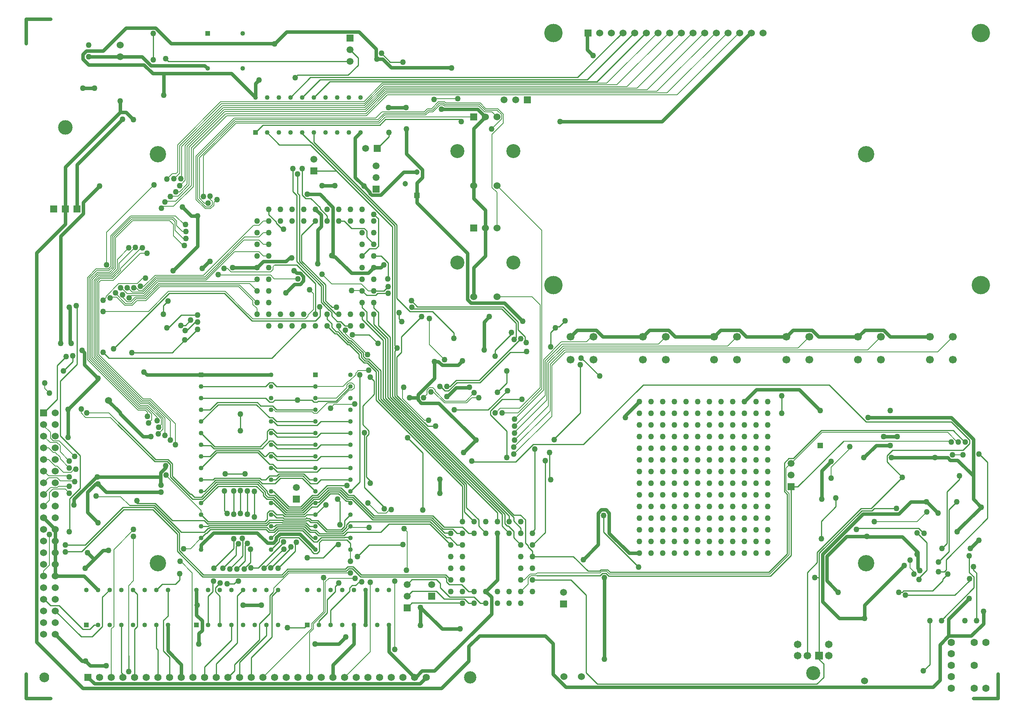
<source format=gbl>
%FSLAX25Y25*%
%MOIN*%
G70*
G01*
G75*
G04 Layer_Physical_Order=2*
G04 Layer_Color=16711680*
%ADD10R,0.04331X0.05512*%
%ADD11R,0.08071X0.01772*%
%ADD12R,0.08071X0.01772*%
%ADD13R,0.05512X0.04331*%
%ADD14O,0.08000X0.01600*%
%ADD15O,0.01575X0.07480*%
%ADD16R,0.05118X0.03937*%
%ADD17R,0.03937X0.05118*%
%ADD18O,0.07480X0.01575*%
%ADD19R,0.07480X0.07087*%
%ADD20R,0.05315X0.01575*%
%ADD21R,0.06299X0.08268*%
%ADD22R,0.07480X0.07480*%
%ADD23O,0.02559X0.06693*%
%ADD24R,0.04000X0.02600*%
%ADD25R,0.05512X0.03937*%
%ADD26R,0.05906X0.05906*%
%ADD27O,0.07087X0.01575*%
%ADD28R,0.03500X0.05000*%
%ADD29R,0.05000X0.05000*%
%ADD30C,0.03000*%
%ADD31C,0.00700*%
%ADD32C,0.00800*%
%ADD33C,0.01000*%
%ADD34R,0.05906X0.05906*%
%ADD35C,0.05906*%
%ADD36C,0.04724*%
%ADD37R,0.04724X0.04724*%
%ADD38C,0.06000*%
%ADD39C,0.04000*%
%ADD40R,0.04000X0.04000*%
%ADD41R,0.05000X0.05000*%
%ADD42C,0.05000*%
%ADD43R,0.06500X0.06500*%
%ADD44C,0.06500*%
%ADD45C,0.12000*%
%ADD46C,0.14000*%
%ADD47R,0.06000X0.06000*%
%ADD48C,0.06693*%
%ADD49C,0.06299*%
%ADD50R,0.04000X0.04000*%
%ADD51C,0.15748*%
%ADD52R,0.06000X0.06000*%
%ADD53C,0.06200*%
%ADD54R,0.06200X0.06200*%
%ADD55C,0.08400*%
%ADD56C,0.10600*%
%ADD57C,0.12500*%
D26*
X528000Y612000D02*
D03*
X399500Y570500D02*
D03*
D30*
X870500Y267000D02*
X880000Y257500D01*
X870000Y267000D02*
X870500D01*
X889247Y151940D02*
Y166394D01*
X906927Y184073D01*
X919000Y162500D02*
Y173000D01*
X908440Y151940D02*
X919000Y162500D01*
X896500Y241500D02*
Y242000D01*
X917000Y262500D01*
X907616Y226884D02*
X915000Y234267D01*
X864485Y208077D02*
X864515D01*
X862700Y209861D02*
X864485Y208077D01*
X497290Y170790D02*
Y185210D01*
X448390Y121890D02*
X497290Y170790D01*
X615318Y223000D02*
X624000D01*
X598200Y240118D02*
X615318Y223000D01*
X598200Y240118D02*
Y257447D01*
X595447Y260200D02*
X598200Y257447D01*
X591553Y260200D02*
X595447D01*
X588800Y257447D02*
X591553Y260200D01*
X588800Y230300D02*
Y257447D01*
X576000Y217500D02*
X588800Y230300D01*
X761000Y363500D02*
X779000Y345500D01*
X724500Y363500D02*
X761000D01*
X714000Y353000D02*
X724500Y363500D01*
X612000Y341000D02*
X624000Y353000D01*
X612000Y339500D02*
Y341000D01*
X820000Y339490D02*
X891561D01*
X780500Y269500D02*
Y293620D01*
X889247Y151940D02*
X908440D01*
X561000Y108000D02*
X875677D01*
X881677Y114000D01*
X543500Y152000D02*
X550000Y145500D01*
X454500Y107000D02*
X477866Y130366D01*
X151500Y116500D02*
X157000Y111000D01*
X436000D01*
X441500Y116500D01*
X107300Y480800D02*
X132000Y505500D01*
Y518500D01*
X556000Y593500D02*
X643500D01*
X719500Y669500D01*
X492500Y190000D02*
X497290Y185210D01*
X479809Y437710D02*
X508290D01*
X476710Y440809D02*
X479809Y437710D01*
X508290D02*
X524000Y422000D01*
X295000Y614000D02*
Y626000D01*
X298000Y629000D01*
X881677Y144370D02*
X889247Y151940D01*
X881677Y114000D02*
Y144370D01*
X150226Y654000D02*
X164500D01*
X184200Y673700D01*
X383757Y670243D02*
X398300Y655700D01*
Y647700D02*
X399000Y647000D01*
X398300Y647700D02*
Y655700D01*
X248500Y226000D02*
Y229933D01*
X259067Y240500D02*
X296513D01*
X248500Y229933D02*
X259067Y240500D01*
X432500Y116500D02*
X437890Y121890D01*
X431500Y116500D02*
X432500D01*
X409000Y605250D02*
X424000D01*
X579500Y655000D02*
Y669500D01*
Y655000D02*
X584500Y650000D01*
X380500Y545500D02*
X388000Y538000D01*
X380500Y545500D02*
Y579500D01*
X385000Y584000D01*
X433500Y530000D02*
Y540696D01*
X438152Y545348D01*
Y551927D01*
X424500Y565579D02*
X438152Y551927D01*
X424500Y565579D02*
Y587000D01*
X422144Y550000D02*
X433500D01*
X402401Y530257D02*
X422144Y550000D01*
X213800Y288500D02*
Y292147D01*
Y281700D02*
Y288500D01*
X159500D02*
X213800D01*
X160000Y282500D02*
X167000Y275500D01*
X213800Y292147D02*
X218010Y296357D01*
Y298010D01*
X213800Y281700D02*
X214000Y281500D01*
X167000Y275500D02*
X214000D01*
X393257Y531599D02*
Y532743D01*
Y531599D02*
X394599Y530257D01*
X402401D01*
X147390Y523890D02*
X161500Y538000D01*
X147390Y514452D02*
Y523890D01*
X128000Y495061D02*
X147390Y514452D01*
X128000Y403000D02*
Y495061D01*
X149500Y130500D02*
X153500Y126500D01*
X167000D01*
X478000Y365000D02*
X478500Y365500D01*
X467051Y365000D02*
X478000D01*
X459551Y357500D02*
X467051Y365000D01*
X459000Y357500D02*
X459551D01*
X311500Y660000D02*
X321743Y670243D01*
X383757D01*
X348500Y471500D02*
Y500420D01*
X351290Y503210D01*
X328000Y465500D02*
X330300Y463200D01*
X333447D01*
X336200Y460447D01*
Y456553D02*
Y460447D01*
X333447Y453800D02*
X336200Y456553D01*
X328300Y453800D02*
X333447D01*
X321000Y446500D02*
X328300Y453800D01*
X490953Y421453D02*
X495500Y426000D01*
X490953Y397453D02*
Y421453D01*
X433500Y523580D02*
Y530000D01*
Y523580D02*
X476710Y480370D01*
Y440809D02*
Y480370D01*
X434300Y356500D02*
Y358927D01*
Y354553D02*
Y356500D01*
X427000D02*
X434300D01*
X156500Y217500D02*
X164500Y225500D01*
X149000Y210000D02*
X156500Y217500D01*
Y218000D01*
X151000Y223500D02*
X156500Y218000D01*
X148450Y384550D02*
Y395050D01*
X146500Y397000D02*
X148450Y395050D01*
X436500Y161000D02*
Y176500D01*
X366500Y145000D02*
X372500Y151000D01*
X346000Y145000D02*
X366500D01*
X246500D02*
Y153920D01*
X452200Y351800D02*
X484000Y320000D01*
X437053Y351800D02*
X452200D01*
X434300Y354553D02*
X437053Y351800D01*
X434300Y358927D02*
X448300Y372927D01*
Y387300D01*
X448500Y387500D01*
X473500Y309500D02*
X484000Y320000D01*
X473450Y309500D02*
X473500D01*
X244500Y169738D02*
Y191500D01*
X284500Y178500D02*
X300000D01*
X135500Y434000D02*
X136000Y433500D01*
Y404000D02*
Y433500D01*
Y404000D02*
X137000Y403000D01*
X216500Y634710D02*
X274290D01*
X206986D02*
X216500D01*
Y616000D02*
Y634710D01*
X179000Y601500D02*
X184000D01*
X190500Y595000D01*
X448500Y387500D02*
X451853D01*
X455053Y384300D01*
X468800D01*
X472500Y388000D01*
X246500Y153920D02*
X249290Y156710D01*
Y164948D01*
X244500Y169738D02*
X249290Y164948D01*
X164500Y225500D02*
X169000D01*
X275500Y468000D02*
X296500D01*
X321200Y473200D02*
X324500Y476500D01*
X891561Y339490D02*
X910300Y320751D01*
X784632Y199368D02*
X794500Y189500D01*
X784632Y199368D02*
Y220400D01*
X801733Y237500D01*
X819000D01*
X815800Y256800D02*
X846447D01*
X780932Y221932D02*
X815800Y256800D01*
X780932Y181500D02*
Y221932D01*
X152000Y649000D02*
X197929D01*
X205429Y641500D01*
X251500D01*
X254000Y639000D01*
X142000Y556500D02*
X181000Y595500D01*
X142000Y518500D02*
Y556500D01*
X132000Y518500D02*
Y554500D01*
X839156Y408685D02*
X873000D01*
X833520Y414322D02*
X839156Y408685D01*
X830678Y414322D02*
X833520D01*
X830500Y414500D02*
X830678Y414322D01*
X817315Y414500D02*
X830500D01*
X811500Y408685D02*
X817315Y414500D01*
X777656Y408685D02*
X811500D01*
X772020Y414322D02*
X777656Y408685D01*
X755637Y414322D02*
X772020D01*
X750000Y408685D02*
X755637Y414322D01*
X715656Y408685D02*
X750000D01*
X710020Y414322D02*
X715656Y408685D01*
X693637Y414322D02*
X710020D01*
X688000Y408685D02*
X693637Y414322D01*
X654656Y408685D02*
X688000D01*
X649020Y414322D02*
X654656Y408685D01*
X632636Y414322D02*
X649020D01*
X627000Y408685D02*
X632636Y414322D01*
X592656Y408685D02*
X627000D01*
X587020Y414322D02*
X592656Y408685D01*
X570637Y414322D02*
X587020D01*
X565000Y408685D02*
X570637Y414322D01*
X454500Y604000D02*
X485500D01*
X482000Y538500D02*
Y587500D01*
X492000Y597500D01*
X361500Y116500D02*
Y127000D01*
X379500Y145000D01*
Y161500D01*
X389500D02*
Y191500D01*
X231500Y116500D02*
Y127500D01*
X220000Y139000D02*
X231500Y127500D01*
X220000Y139000D02*
Y161500D01*
X202000Y376000D02*
X248500D01*
X199500Y378500D02*
X202000Y376000D01*
X248500D02*
X308500D01*
X482000Y443000D02*
Y468000D01*
X492000Y478000D01*
Y502000D01*
Y517500D01*
X482000Y527500D02*
X492000Y517500D01*
X482000Y527500D02*
Y538500D01*
X132000Y554500D02*
X179000Y601500D01*
Y611000D01*
X594000Y132000D02*
Y202000D01*
X147000Y622000D02*
X157000D01*
X315933Y239500D02*
X333000D01*
X346500Y226000D01*
X310277Y231710D02*
X312790Y234223D01*
Y236357D01*
X315933Y239500D01*
X296513Y240500D02*
X305303Y231710D01*
X310277D01*
X409500Y138500D02*
Y161500D01*
Y138500D02*
X431500Y116500D01*
X492500Y190000D02*
X502500Y200000D01*
Y240000D01*
X377290Y463210D02*
X391710D01*
X396500Y468000D01*
X240000Y512500D02*
X245500D01*
X232500Y520000D02*
X240000Y512500D01*
X245500Y486500D02*
Y512500D01*
X224500Y465500D02*
X245500Y486500D01*
X274290Y634710D02*
X295000Y614000D01*
X147210Y647016D02*
Y650984D01*
X150226Y654000D01*
X184200Y673700D02*
X209447D01*
X222647Y660500D01*
X311000D01*
X311500Y660000D01*
X249500Y467500D02*
X255500Y473500D01*
X256000D01*
X324500Y476500D02*
X326000D01*
X361500Y479500D02*
Y519774D01*
Y477500D02*
X363000D01*
X377290Y463210D01*
X360500Y478500D02*
X361500Y477500D01*
X360500Y478500D02*
X361500Y479500D01*
X352000Y538500D02*
X363000D01*
X388000Y538000D02*
X393257Y532743D01*
X396500Y468000D02*
X402500D01*
X405000Y470500D01*
X399000Y647000D02*
X404182D01*
X411382Y639800D01*
X462700D01*
X463000Y639500D01*
X485500Y604000D02*
X492000Y597500D01*
X827000Y315500D02*
X839000D01*
X816500Y305000D02*
X827000Y315500D01*
X840000Y305000D02*
X877500D01*
X888353D01*
X890553Y302800D01*
X819500Y237000D02*
X849500D01*
X819000Y237500D02*
X819500Y237000D01*
X856647Y267000D02*
X870000D01*
X846447Y256800D02*
X856647Y267000D01*
X780932Y181500D02*
X795432Y167000D01*
X817000D01*
X833500Y323000D02*
X845000D01*
X780500Y293620D02*
X788490Y301610D01*
X890553Y302800D02*
X896700D01*
X436500Y176500D02*
X455000Y158000D01*
X470500D01*
X178947Y342700D02*
X198647Y323000D01*
X205500D01*
X339500Y531000D02*
X350274D01*
X361500Y519774D01*
X346500Y518000D02*
X351290Y513210D01*
Y503210D02*
Y513210D01*
X296500Y468000D02*
X301700Y473200D01*
X321200D01*
X147210Y647016D02*
X152127Y642099D01*
X199597D01*
X206986Y634710D01*
X862700Y209861D02*
Y223800D01*
X849500Y237000D02*
X862700Y223800D01*
X817000Y178500D02*
X851000Y212500D01*
X817000Y167000D02*
Y178500D01*
X453000Y274500D02*
Y286500D01*
X148450Y384550D02*
X160000Y373000D01*
X148000Y203500D02*
X160000Y191500D01*
X123500Y203500D02*
X148000D01*
X123500D02*
Y213500D01*
Y223500D01*
Y233500D01*
Y243500D01*
Y153500D02*
X146500Y130500D01*
X149500D01*
X107300Y146700D02*
X147000Y107000D01*
X107300Y146700D02*
Y480800D01*
X113500Y253500D02*
X123500Y243500D01*
X151000Y258000D02*
X160000Y249000D01*
X151000Y258000D02*
Y275500D01*
X158000Y282500D01*
X160000D01*
X158767Y288500D02*
X159500D01*
X139500Y269233D02*
X158767Y288500D01*
X139500Y264500D02*
Y269233D01*
X178947Y342700D02*
Y343553D01*
X168000Y354000D02*
X168500D01*
X178947Y343553D01*
X134500Y322500D02*
Y346400D01*
X134400Y346500D02*
X134500Y346400D01*
X134400Y346500D02*
X160000Y372100D01*
Y373000D01*
X147000Y107000D02*
X454500D01*
X437890Y121890D02*
X448390D01*
X477866Y130366D02*
Y142866D01*
X487000Y152000D01*
X543500D01*
X550000Y119000D02*
X561000Y108000D01*
X550000Y119000D02*
Y145500D01*
X896700Y302800D02*
X910300Y289200D01*
Y269200D02*
X917000Y262500D01*
X910300Y269200D02*
Y289200D01*
Y320751D01*
X915000Y234000D02*
Y234267D01*
X98500Y98500D02*
Y119500D01*
X931500Y98500D02*
Y119500D01*
X98500Y660500D02*
Y681500D01*
Y98500D02*
X119500D01*
X910500D02*
X931500D01*
X98500Y681500D02*
X119500D01*
D31*
X263000Y462000D02*
X263360Y461640D01*
X211360Y455900D02*
X294400D01*
X211940Y454500D02*
X290000D01*
X212520Y453100D02*
X281400D01*
X213100Y451700D02*
X280800D01*
X252880Y457300D02*
X264450Y468870D01*
X252300Y458700D02*
X263050Y469450D01*
X251720Y460100D02*
X261650Y470030D01*
X220358Y447550D02*
X268950D01*
X263360Y461640D02*
X308008D01*
X735808Y205000D02*
X752450Y221642D01*
X598425Y205000D02*
X735808D01*
X596175Y207250D02*
X598425Y205000D01*
X591825Y207250D02*
X596175D01*
X590575Y206000D02*
X591825Y207250D01*
X536308Y206000D02*
X590575D01*
X535348Y205040D02*
X536308Y206000D01*
X780640Y326640D02*
X888381D01*
X754000Y300000D02*
X780640Y326640D01*
X749907Y295907D02*
X754000Y300000D01*
X749907Y276575D02*
Y295907D01*
Y276575D02*
X752450Y274032D01*
Y221642D02*
Y274032D01*
X530412Y205040D02*
X535348D01*
X799000Y319140D02*
X890860D01*
X407950Y616450D02*
X656450D01*
X389960Y598460D02*
X407950Y616450D01*
X407370Y617850D02*
X647850D01*
X389680Y600160D02*
X407370Y617850D01*
X406790Y619250D02*
X639250D01*
X389400Y601860D02*
X406790Y619250D01*
X406210Y620650D02*
X630650D01*
X389120Y603560D02*
X406210Y620650D01*
X388840Y605260D02*
X405630Y622050D01*
X388561Y606960D02*
X405051Y623450D01*
X388281Y608660D02*
X404471Y624850D01*
X388001Y610360D02*
X403891Y626250D01*
X246950Y527530D02*
X250980Y523500D01*
X254500D01*
X158500Y272000D02*
X159000Y271500D01*
X179500D01*
X187100Y263900D01*
X170912Y339500D02*
X176912Y333500D01*
X150500Y343500D02*
X169316D01*
X177500Y335316D01*
X218500Y289720D02*
Y290000D01*
X422500Y244000D02*
X425050Y241450D01*
Y209050D02*
Y241450D01*
X424500Y208500D02*
X425050Y209050D01*
X230500Y216000D02*
X231000D01*
X240860Y206140D01*
X177862Y454382D02*
X193862D01*
X199500Y452000D02*
X209000Y461500D01*
X197970Y448450D02*
X209620Y460100D01*
X198550Y447050D02*
X210200Y458700D01*
X199130Y445650D02*
X210780Y457300D01*
X199460Y444000D02*
X211360Y455900D01*
X200040Y442600D02*
X211940Y454500D01*
X200620Y441200D02*
X212520Y453100D01*
X201200Y439800D02*
X213100Y451700D01*
X196500Y452000D02*
X199500D01*
X195029Y448450D02*
X197970D01*
X189562Y447050D02*
X198550D01*
X185262Y445650D02*
X199130D01*
X188540Y444000D02*
X199460D01*
X192000Y442600D02*
X200040D01*
X192580Y441200D02*
X200620D01*
X193320Y439800D02*
X201200D01*
X444030Y365050D02*
X446970D01*
X457580Y353400D02*
X475339D01*
X449050Y361930D02*
X457580Y353400D01*
X449050Y361930D02*
Y362970D01*
X446970Y365050D02*
X449050Y362970D01*
X308008Y461640D02*
X311148Y458500D01*
X331500D01*
X308008Y464360D02*
X310140Y466492D01*
X274119Y464360D02*
X308008D01*
X270980Y467500D02*
X274119Y464360D01*
X310140Y469000D02*
X311640Y470500D01*
X310140Y466492D02*
Y469000D01*
X551550Y398550D02*
X557198Y404199D01*
X551550Y398530D02*
Y398550D01*
X549470Y396450D02*
X551550Y398530D01*
X549450Y396450D02*
X549470D01*
X391930Y379550D02*
X392000Y379480D01*
Y380000D01*
X160800Y455441D02*
X162509Y457150D01*
X159400Y456021D02*
X161929Y458550D01*
X158000Y456601D02*
X161349Y459950D01*
X156600Y457180D02*
X160770Y461350D01*
X155200Y457760D02*
X160190Y462750D01*
X153800Y458340D02*
X159610Y464150D01*
X152400Y458920D02*
X159030Y465550D01*
X151000Y459500D02*
X158450Y466950D01*
X439000Y356500D02*
X441950Y359450D01*
X359500Y347500D02*
X362550Y350550D01*
X379550D01*
X380000Y351000D01*
X439829Y337000D02*
X443500D01*
X421000Y355830D02*
X439829Y337000D01*
X421000Y355830D02*
Y364500D01*
X441950Y359450D02*
Y362970D01*
X444030Y365050D01*
X445500Y361500D02*
X447500D01*
X457000Y352000D01*
X475339Y353400D02*
X482480Y360541D01*
X480500Y356500D02*
X486500D01*
X476000Y352000D02*
X480500Y356500D01*
X457000Y352000D02*
X476000D01*
X383030Y379550D02*
X391930D01*
X380950Y377470D02*
X383030Y379550D01*
X380950Y376009D02*
Y377470D01*
X375481Y370540D02*
X380950Y376009D01*
X374620Y370540D02*
X375481D01*
X370079Y366000D02*
X374620Y370540D01*
X346500Y366000D02*
X370079D01*
X421000Y364500D02*
X422000Y365500D01*
X211800Y325300D02*
X215700Y329200D01*
X372000Y411480D02*
Y414200D01*
Y411480D02*
X376530Y406950D01*
X377550D01*
X391000Y393500D01*
X386000Y448500D02*
X386500Y448000D01*
X377500Y448500D02*
X386000D01*
X385648Y454000D02*
X391648Y448000D01*
X360500Y454000D02*
X385648D01*
X352000Y462500D02*
X360500Y454000D01*
X341500Y449000D02*
X344750Y445750D01*
Y432116D02*
Y445750D01*
X340140Y427506D02*
X344750Y432116D01*
X340140Y426492D02*
Y427506D01*
X337698Y424050D02*
X340140Y426492D01*
X292642Y424050D02*
X337698D01*
X288442Y428250D02*
X292642Y424050D01*
X288250Y428250D02*
X288442D01*
X268950Y447550D02*
X288250Y428250D01*
X164500Y440000D02*
X166950Y442450D01*
Y443470D01*
X177862Y454382D01*
X293360Y504360D02*
X298008D01*
X268000Y467500D02*
X270980D01*
X264450Y468970D02*
X277119Y481640D01*
X264450Y468870D02*
Y468970D01*
X263050Y469550D02*
X285140Y491640D01*
X263050Y469450D02*
Y469550D01*
X261650Y470130D02*
X285880Y494360D01*
X261650Y470030D02*
Y470130D01*
X277119Y481640D02*
X298008D01*
X285140Y491640D02*
X298008D01*
X285880Y494360D02*
X298008D01*
X391648Y448000D02*
X396500D01*
X219000Y544000D02*
X223650Y548650D01*
X228350Y573500D02*
X265210Y610360D01*
X346508D01*
X346648Y610500D01*
X353352D01*
X353492Y610360D01*
X230000Y538500D02*
X230445D01*
X234850Y542905D01*
X222000Y529000D02*
X222261Y529261D01*
X228609D01*
X238250Y538901D01*
X217500Y524500D02*
X218150Y525150D01*
X226903D01*
X239950Y538197D01*
X214500Y519000D02*
X216150Y520650D01*
X224807D01*
X241650Y537493D01*
X248500Y256000D02*
Y259720D01*
X557903Y402498D02*
X640498D01*
X646685Y408685D01*
X557198Y404199D02*
X578698D01*
X583185Y408685D01*
X584685D01*
X558607Y400799D02*
X699798D01*
X707685Y408685D01*
X559311Y399098D02*
X760099D01*
X769685Y408685D01*
X560015Y397398D02*
X819899D01*
X831185Y408685D01*
X560719Y395698D02*
X879698D01*
X892685Y408685D01*
X500500Y343500D02*
X501055D01*
X504905Y347350D01*
X502000Y443000D02*
X532100D01*
X167500Y498500D02*
X208000Y539000D01*
X167500Y470500D02*
Y498500D01*
X218500Y289720D02*
X248500Y259720D01*
X301648Y508000D02*
X306500D01*
X298008Y504360D02*
X301648Y508000D01*
Y498000D02*
X306500D01*
X298008Y494360D02*
X301648Y498000D01*
X192648Y450832D02*
X195029Y448450D01*
X190800Y450832D02*
X192648D01*
X301648Y488000D02*
X306500D01*
X298008Y491640D02*
X301648Y488000D01*
X185780Y450832D02*
X189562Y447050D01*
X185100Y450832D02*
X185780D01*
X301648Y478000D02*
X306500D01*
X298008Y481640D02*
X301648Y478000D01*
X180080Y450832D02*
X185262Y445650D01*
X179400Y450832D02*
X180080D01*
X186640Y442100D02*
X188540Y444000D01*
X190190Y440790D02*
X192000Y442600D01*
X190190Y440630D02*
Y440790D01*
X188110Y438550D02*
X190190Y440630D01*
X185169Y438550D02*
X188110D01*
X192580Y441040D02*
Y441200D01*
X188690Y437150D02*
X192580Y441040D01*
X183721Y437150D02*
X188690D01*
X175000Y445871D02*
X183721Y437150D01*
X175000Y445871D02*
Y446500D01*
X296500Y428000D02*
Y432852D01*
X292860Y436492D02*
X296500Y432852D01*
X292860Y436492D02*
Y439640D01*
X189270Y435750D02*
X193320Y439800D01*
X183141Y435750D02*
X189270D01*
X176195Y442695D02*
X183141Y435750D01*
X171195Y442695D02*
X176195D01*
X170500Y442000D02*
X171195Y442695D01*
X171000Y477450D02*
X171050Y477400D01*
X171000Y477450D02*
Y495500D01*
X188000Y512500D01*
X226500D01*
X172400Y478500D02*
X172450Y478450D01*
X172400Y478500D02*
Y494920D01*
X188580Y511100D01*
X224400D01*
X227450Y508050D01*
Y504030D02*
Y508050D01*
X173800Y479130D02*
X173850Y479080D01*
X173800Y479130D02*
Y494340D01*
X189160Y509700D01*
X223820D01*
X226050Y507470D01*
Y500030D02*
Y507470D01*
X175200Y479760D02*
X175250Y479710D01*
X175200Y479760D02*
Y493760D01*
X189740Y508300D01*
X221500D01*
X224650Y505150D01*
Y495330D02*
Y505150D01*
X178050Y471530D02*
X191753Y485232D01*
X192200D01*
X179450Y467462D02*
X196988Y485000D01*
X198000D01*
X504905Y347350D02*
X521542D01*
X506500Y343500D02*
X520096D01*
X517000Y326000D02*
Y326555D01*
X308500Y346000D02*
X310961D01*
X312511Y344450D01*
X343609D01*
X345199Y342860D01*
X347801D01*
X356891Y351950D01*
X364642D01*
X375552Y362860D01*
X377801D01*
X379640Y364699D01*
Y367301D01*
X377801Y369140D02*
X379640Y367301D01*
X375199Y369140D02*
X377801D01*
X373360Y367301D02*
X375199Y369140D01*
X373360Y365052D02*
Y367301D01*
X364308Y356000D02*
X373360Y365052D01*
X346500Y356000D02*
X364308D01*
X376500Y216000D02*
Y226000D01*
X323852Y206000D02*
X376500D01*
X310860Y190264D02*
Y193008D01*
X310000Y189404D02*
X310860Y190264D01*
Y193008D02*
X323852Y206000D01*
X186360Y195140D02*
X190500Y199280D01*
Y237500D01*
X171500Y116500D02*
Y157852D01*
X173640Y159992D01*
Y226140D01*
X190500Y243000D01*
Y243500D01*
X240860Y117140D02*
X241500Y116500D01*
X240860Y117140D02*
Y206140D01*
X233400Y226833D02*
X239333D01*
X248500Y236000D01*
X343500Y162780D02*
X353500Y172780D01*
Y202000D01*
X376500Y246000D02*
X377500Y245000D01*
X358020Y201500D02*
X380500D01*
X354900Y198380D02*
X358020Y201500D01*
X343500Y158500D02*
Y162780D01*
X301500Y116500D02*
X343500Y158500D01*
X341500Y116500D02*
Y154520D01*
X344900Y157920D01*
Y162200D01*
X354900Y172200D01*
Y198380D01*
X414500Y140500D02*
Y199000D01*
X400050Y257450D02*
X406970D01*
X411500Y261980D01*
X391500Y266000D02*
X400050Y257450D01*
X411500Y260500D02*
Y261980D01*
X371500Y116500D02*
X393500Y138500D01*
Y198000D01*
X377500Y245000D02*
X392500D01*
X250500Y529000D02*
Y564000D01*
X278500Y592000D01*
X401000D01*
X246950Y527530D02*
Y562450D01*
X277900Y593400D01*
X346500D01*
X346600Y593500D01*
X400520D01*
X353492Y610360D02*
X388001D01*
X497500Y587000D02*
Y587145D01*
X506140Y595785D01*
Y599215D01*
X277420Y594900D02*
X399940D01*
X245550Y563030D02*
X277420Y594900D01*
X245550Y526950D02*
Y563030D01*
Y526950D02*
X252550Y519950D01*
X255970D01*
X258050Y522030D01*
Y524970D01*
X256200Y526821D02*
X258050Y524970D01*
X256200Y526821D02*
Y529200D01*
X502000Y502000D02*
Y532645D01*
X497860Y536785D02*
X502000Y532645D01*
X497860Y536785D02*
Y582339D01*
X507540Y592020D01*
Y599795D01*
X276840Y596300D02*
X398000D01*
X244150Y563610D02*
X276840Y596300D01*
X244150Y526370D02*
Y563610D01*
Y526370D02*
X251970Y518550D01*
X256550D01*
X259450Y521450D01*
Y523950D01*
X262000Y526500D01*
X268027Y603560D02*
X389120D01*
X236550Y539605D02*
Y572083D01*
X268731Y601860D02*
X389400D01*
X238250Y538901D02*
Y571379D01*
X269435Y600160D02*
X389680D01*
X239950Y538197D02*
Y570675D01*
X265914Y608660D02*
X388281D01*
X230050Y549030D02*
Y572796D01*
X266618Y606960D02*
X388561D01*
X267322Y605260D02*
X388840D01*
X234850Y542905D02*
Y572788D01*
X230050Y572796D02*
X265914Y608660D01*
X231750Y572092D02*
X266618Y606960D01*
X234850Y572788D02*
X267322Y605260D01*
X236550Y572083D02*
X268027Y603560D01*
X238250Y571379D02*
X268731Y601860D01*
X239950Y570675D02*
X269435Y600160D01*
X270500Y598460D02*
X389960D01*
X241650Y537493D02*
Y569610D01*
X270500Y598460D01*
X444000Y402000D02*
X457000Y389000D01*
X444000Y402000D02*
Y424500D01*
X401000Y592000D02*
X406500Y597500D01*
X482000D01*
X400520Y593500D02*
X405920Y598900D01*
X440900D01*
X399940Y594900D02*
X405340Y600300D01*
X440320D01*
X398000Y596300D02*
X403400Y601700D01*
X439740D01*
X442540Y604500D01*
X502835D02*
X507540Y599795D01*
X440320Y600300D02*
X443120Y603100D01*
X502255D02*
X506140Y599215D01*
X440900Y598900D02*
X443700Y601700D01*
X497800D02*
X502000Y597500D01*
X453030Y607550D02*
X455970D01*
X456970Y606550D01*
X486556D01*
X491406Y601700D01*
X497800D01*
X452450Y608950D02*
X456550D01*
X457550Y607950D01*
X487136D01*
X491986Y603100D01*
X451870Y610350D02*
X457130D01*
X458130Y609350D01*
X487716D01*
X492566Y604500D01*
X502835D01*
X491986Y603100D02*
X502255D01*
X442540Y604500D02*
X446020D01*
X451870Y610350D01*
X443120Y603100D02*
X446600D01*
X452450Y608950D01*
X443700Y601700D02*
X447180D01*
X453030Y607550D01*
X448400Y612900D02*
X468302D01*
X448000Y612500D02*
X448400Y612900D01*
X522500Y190000D02*
X528860Y196360D01*
Y201508D01*
X530992Y203640D01*
X536140D01*
X890860Y319140D02*
X891500Y318500D01*
X522500Y200000D02*
X525372D01*
X530412Y205040D01*
X888381Y326640D02*
X896520Y318500D01*
X897500D01*
X502000Y538500D02*
X540500Y500000D01*
X532100Y443000D02*
X539100Y436000D01*
X543400Y387996D02*
X557903Y402498D01*
X544800Y386992D02*
X558607Y400799D01*
X546200Y385987D02*
X559311Y399098D01*
X547600Y384983D02*
X560015Y397398D01*
X542000Y389000D02*
X549450Y396450D01*
X521542Y347350D02*
X539100Y364908D01*
Y436000D01*
X520096Y343500D02*
X540500Y363904D01*
Y500000D01*
X516500Y308000D02*
X549000Y340500D01*
Y383979D01*
X560719Y395698D01*
X516500Y314000D02*
X547600Y345100D01*
X517000Y320000D02*
X546200Y349200D01*
X517000Y326555D02*
X544800Y354355D01*
X517000Y332000D02*
X543400Y358400D01*
X517000Y338000D02*
X542000Y363000D01*
Y389000D01*
X543400Y358400D02*
Y387996D01*
X544800Y354355D02*
Y386992D01*
X546200Y349200D02*
Y385987D01*
X547600Y345100D02*
Y384983D01*
X226500Y316000D02*
Y333909D01*
X198610Y355390D02*
X205019D01*
X222000Y320000D02*
Y336429D01*
X198030Y353990D02*
X204439D01*
X217500Y324000D02*
Y338949D01*
X197450Y352590D02*
X203859D01*
X215700Y329200D02*
Y338769D01*
X196870Y351190D02*
X203279D01*
X196291Y349790D02*
X202699D01*
X205019Y355390D02*
X226500Y333909D01*
X204439Y353990D02*
X222000Y336429D01*
X203859Y352590D02*
X217500Y338949D01*
X203279Y351190D02*
X215700Y338769D01*
X202699Y349790D02*
X214300Y338189D01*
X195131Y346990D02*
X201510D01*
X206050Y342450D01*
X210750Y336719D02*
Y339750D01*
X195711Y348390D02*
X202110D01*
X210750Y339750D01*
X194551Y345590D02*
X200910D01*
X202500Y344000D01*
Y340500D02*
Y344000D01*
X212000Y331000D02*
X214300Y333300D01*
Y338189D01*
X203550Y334800D02*
X206050Y337300D01*
Y342450D01*
X280800Y451700D02*
X292860Y439640D01*
X281400Y453100D02*
X296500Y438000D01*
X290000Y454500D02*
X296500Y448000D01*
X294400Y455900D02*
X296500Y458000D01*
X225000Y544500D02*
X225520D01*
X230050Y549030D01*
X226842Y548650D02*
X228350Y550158D01*
X223650Y548650D02*
X226842D01*
X228350Y550158D02*
Y573500D01*
X231000Y544500D02*
Y545500D01*
X231750Y546250D01*
Y572092D01*
X226904Y533111D02*
X230055D01*
X236550Y539605D01*
X403891Y626250D02*
X596250D01*
X639500Y669500D01*
X404471Y624850D02*
X604850D01*
X649500Y669500D01*
X405051Y623450D02*
X613450D01*
X659500Y669500D01*
X405630Y622050D02*
X622050D01*
X669500Y669500D01*
X630650Y620650D02*
X679500Y669500D01*
X639250Y619250D02*
X689500Y669500D01*
X647850Y617850D02*
X699500Y669500D01*
X656450Y616450D02*
X709500Y669500D01*
X193862Y454382D02*
X198479Y459000D01*
X200792D01*
X181185Y442534D02*
X185169Y438550D01*
X181185Y442534D02*
Y444706D01*
X177000Y475500D02*
X186500Y485000D01*
X176650Y475500D02*
X177000D01*
X158450Y466950D02*
X168971D01*
X171050Y469030D01*
Y477400D01*
X159030Y465550D02*
X169550D01*
X172450Y468450D01*
Y478450D01*
X159610Y464150D02*
X170130D01*
X173850Y467870D01*
Y479080D01*
X160190Y462750D02*
X170710D01*
X175250Y467290D01*
Y479710D01*
X162509Y457150D02*
X173150D01*
X196500Y480500D01*
X202000D01*
X161929Y458550D02*
X172570D01*
X179450Y465430D01*
Y467462D01*
X161349Y459950D02*
X171990D01*
X178050Y466010D01*
X160770Y461350D02*
X171410D01*
X176650Y466590D01*
X178050Y466010D02*
Y471530D01*
X176650Y466590D02*
Y475500D01*
X250500Y461500D02*
X293360Y504360D01*
X209000Y461500D02*
X250500D01*
X209620Y460100D02*
X251720D01*
X210200Y458700D02*
X252300D01*
X210780Y457300D02*
X252880D01*
X164500Y430500D02*
X203308D01*
X220358Y447550D01*
X226500Y512500D02*
X234000Y505000D01*
X235000D01*
X232480Y499000D02*
X235500D01*
X227450Y504030D02*
X232480Y499000D01*
X226050Y500030D02*
X233080Y493000D01*
X235500D01*
X232980Y487000D02*
X234000D01*
X224650Y495330D02*
X232980Y487000D01*
X145600Y343380D02*
Y346661D01*
X160800Y393200D02*
X198610Y355390D01*
X160800Y393200D02*
Y455441D01*
X159400Y392620D02*
Y456021D01*
Y392620D02*
X198030Y353990D01*
X158000Y392040D02*
X197450Y352590D01*
X158000Y392040D02*
Y456601D01*
X156600Y391460D02*
Y457180D01*
Y391460D02*
X196870Y351190D01*
X155200Y390880D02*
X196291Y349790D01*
X155200Y390880D02*
Y457760D01*
X153800Y390301D02*
Y458340D01*
Y390301D02*
X195711Y348390D01*
X152400Y389721D02*
X195131Y346990D01*
X152400Y389721D02*
Y458920D01*
X151000Y389141D02*
Y459500D01*
Y389141D02*
X194551Y345590D01*
X149479Y339500D02*
X170912D01*
X145600Y343380D02*
X149479Y339500D01*
X126640Y319360D02*
X140000Y306000D01*
X121785Y319360D02*
X126640D01*
X119360Y321785D02*
X121785Y319360D01*
X119360Y321785D02*
Y326640D01*
X113500Y332500D02*
X119360Y326640D01*
X113500Y332500D02*
Y333500D01*
Y323500D02*
X119040Y317960D01*
X124895D01*
X127640Y315215D01*
Y309860D02*
Y315215D01*
Y309860D02*
X135500Y302000D01*
X127640Y303860D02*
X135500Y296000D01*
X127640Y303860D02*
Y305215D01*
X123495Y309360D02*
X127640Y305215D01*
X121785Y309360D02*
X123495D01*
X117645Y313500D02*
X121785Y309360D01*
X113500Y313500D02*
X117645D01*
X113500Y303500D02*
X117645D01*
X123505Y297640D01*
X125215D01*
X130405Y292450D01*
X136970D01*
X139420Y294900D01*
X141200D01*
X117640Y289360D02*
X134640D01*
X113500Y293500D02*
X117640Y289360D01*
X134640D02*
X135500Y288500D01*
X113500Y283500D02*
X117640Y287640D01*
X125215D01*
X139550Y284950D02*
X140000Y284500D01*
X125215Y287640D02*
X127905Y284950D01*
X139550D01*
X126355Y280500D02*
X135500D01*
X125215Y279360D02*
X126355Y280500D01*
X119360Y279360D02*
X125215D01*
X113500Y273500D02*
X119360Y279360D01*
X113500Y263500D02*
X118500Y268500D01*
Y275000D01*
X121460Y277960D01*
X132040D01*
X135500Y274500D01*
X113500Y203500D02*
Y207645D01*
X118500Y212645D01*
X114500Y364500D02*
X118500Y360500D01*
X114500Y364500D02*
Y369000D01*
X118500Y212645D02*
Y239000D01*
X186360Y135000D02*
Y195140D01*
D32*
X856000Y210500D02*
X861500Y205000D01*
X856000Y210500D02*
Y217000D01*
X859500Y205000D02*
X861500D01*
X892500Y307500D02*
X901500D01*
X862000Y250000D02*
X870500Y258500D01*
X825500Y250000D02*
X862000D01*
X788500Y287500D02*
Y296528D01*
X804500Y312528D01*
Y314500D01*
D33*
X862500Y200500D02*
X870500Y208500D01*
X862500Y200500D02*
X863675D01*
X579950Y207550D02*
X589933D01*
X567500Y220000D02*
X579950Y207550D01*
X532500Y220000D02*
X567500D01*
X221000Y446000D02*
X268308D01*
X786767Y367500D02*
X818467Y335800D01*
X627300Y367500D02*
X786767D01*
X576000Y316200D02*
X627300Y367500D01*
X746000Y343000D02*
Y358000D01*
X891433Y335800D02*
X907200Y320033D01*
X818467Y335800D02*
X891433D01*
X779998Y328190D02*
X893043D01*
X756051Y304243D02*
X779998Y328190D01*
X752243Y304243D02*
X756051D01*
X748357Y300357D02*
X752243Y304243D01*
X748357Y275933D02*
Y300357D01*
Y275933D02*
X750900Y273390D01*
Y222284D02*
Y273390D01*
X735166Y206550D02*
X750900Y222284D01*
X599067Y206550D02*
X735166D01*
X596817Y208800D02*
X599067Y206550D01*
X591183Y208800D02*
X596817D01*
X589933Y207550D02*
X591183Y208800D01*
X736450Y203450D02*
X754000Y221000D01*
X595533Y205700D02*
X597783Y203450D01*
X736450D01*
X590407Y203640D02*
X592467Y205700D01*
X595533D01*
X759860Y280000D02*
X799000Y319140D01*
X754000Y280000D02*
X759860D01*
X754000Y221000D02*
Y280000D01*
X536140Y203640D02*
X590407D01*
X780000Y235500D02*
Y250500D01*
X792500Y263000D01*
Y270500D01*
X776200Y110700D02*
X782000Y116500D01*
X325000Y614000D02*
X342200Y631200D01*
X358800Y627800D02*
X587800D01*
X345000Y614000D02*
X358800Y627800D01*
X335000Y614000D02*
X350500Y629500D01*
X416200Y441567D02*
X427467Y430300D01*
X446700D01*
X506937Y434467D02*
X520200Y421204D01*
X433765Y434467D02*
X506937D01*
X428700Y439533D02*
X433765Y434467D01*
X506233Y432767D02*
X518500Y420500D01*
X429000Y432767D02*
X506233D01*
X906800Y206433D02*
Y220800D01*
Y206433D02*
X910700Y202533D01*
X290761Y215094D02*
Y226200D01*
X285500Y209833D02*
X290761Y215094D01*
X285500Y209500D02*
Y209833D01*
X226500Y196500D02*
X230000Y200000D01*
X215000Y196500D02*
X226500D01*
X210000Y191500D02*
X215000Y196500D01*
X355853Y241300D02*
X369204D01*
X347863Y249290D02*
X355853Y241300D01*
X356557Y243000D02*
X368500D01*
X348567Y250990D02*
X356557Y243000D01*
X375847Y250000D02*
X444904D01*
X373210Y247363D02*
X375847Y250000D01*
X371510Y251010D02*
X376500Y256000D01*
X309863Y269290D02*
X314318Y264834D01*
Y264410D02*
Y264834D01*
X310567Y270990D02*
X322257Y259300D01*
X311271Y272690D02*
X322961Y261000D01*
X311710Y282710D02*
X316500Y287500D01*
X300930Y282710D02*
X311710D01*
X298040Y285600D02*
X300930Y282710D01*
X312596Y286000D02*
X315796Y289200D01*
X308500Y286000D02*
X312596D01*
X299000Y314500D02*
X305210Y320710D01*
X315490Y233105D02*
X315490Y233105D01*
X315490Y232990D02*
Y233105D01*
X308500Y226000D02*
X315490Y232990D01*
X255678Y244900D02*
X304947D01*
X250996Y240900D02*
X254396Y244300D01*
X255078D02*
X255678Y244900D01*
X254396Y244300D02*
X255078D01*
X248500Y246000D02*
X254373D01*
X254973Y246600D01*
X311221Y241010D02*
X314110Y243900D01*
X306433Y241010D02*
X311221D01*
X304243Y243200D02*
X306433Y241010D01*
X256382Y243200D02*
X304243D01*
X317842Y249290D02*
X318032Y249100D01*
X307137Y249290D02*
X317842D01*
X312802Y247400D02*
X337660D01*
X311402Y246000D02*
X312802Y247400D01*
X315216Y245700D02*
X336956D01*
X315116Y245600D02*
X315216Y245700D01*
X313406Y245600D02*
X315116D01*
X310516Y242710D02*
X313406Y245600D01*
X307137Y242710D02*
X310516D01*
X304947Y244900D02*
X307137Y242710D01*
X308500Y246000D02*
X311402D01*
X254973Y246600D02*
X304447D01*
X193500Y265600D02*
X209113D01*
X193500D02*
Y268000D01*
X181296Y262200D02*
X207704D01*
X182000Y260500D02*
X207000D01*
X187100Y263900D02*
X208408D01*
X222200Y288212D02*
Y299053D01*
X223900Y288916D02*
Y299757D01*
X222200Y288212D02*
X241122Y269290D01*
X223900Y288916D02*
X239158Y273658D01*
X416200Y441567D02*
Y504608D01*
X385804Y532600D02*
X414500Y503904D01*
X386508Y534300D02*
X416200Y504608D01*
X343204Y575200D02*
X382600Y535804D01*
X345000Y575808D02*
X384300Y536508D01*
X345000Y575808D02*
Y584000D01*
X778232Y202000D02*
Y223051D01*
Y135000D02*
Y202000D01*
X774500D02*
X778232D01*
X355000Y264500D02*
X355500D01*
X346500Y256000D02*
X355000Y264500D01*
X409500Y580500D02*
Y584000D01*
X399500Y570500D02*
X409500Y580500D01*
X406446Y595254D02*
X469746D01*
X425000Y196000D02*
X429243Y200243D01*
X450257D01*
X453500Y197000D01*
Y193500D02*
Y197000D01*
Y193500D02*
X461510Y185490D01*
X482370D01*
X487860Y180000D01*
X492500D01*
X425000Y186000D02*
X429500Y190500D01*
X450000D01*
X456710Y183790D01*
X474070D01*
X477860Y180000D01*
X482500D01*
X429200Y180200D02*
X472500D01*
X425000Y176000D02*
X429200Y180200D01*
X472500Y180000D02*
Y180200D01*
X471860Y196000D02*
X477860Y190000D01*
X461140Y196000D02*
X471860D01*
X458710Y198430D02*
X461140Y196000D01*
X392500Y230000D02*
X421000D01*
X421500Y230500D01*
X382500Y220000D02*
X392500Y230000D01*
X565500Y200000D02*
X578500Y187000D01*
X532500Y200000D02*
X565500D01*
X486700Y371200D02*
X522500Y407000D01*
X467028Y371200D02*
X486700D01*
X461828Y366000D02*
X467028Y371200D01*
X459000Y366000D02*
X461828D01*
X487404Y369500D02*
X513404Y395500D01*
X467733Y369500D02*
X487404D01*
X460533Y362300D02*
X467733Y369500D01*
X356500Y508000D02*
Y512500D01*
X350290Y518710D02*
X356500Y512500D01*
X330500Y470500D02*
X346500Y454500D01*
X311640Y470500D02*
X330500D01*
X330290Y473210D02*
X351533Y451967D01*
X332710Y473194D02*
X353233Y452672D01*
X334500Y473808D02*
X354933Y453376D01*
X351533Y438200D02*
Y451967D01*
X353233Y438904D02*
Y452672D01*
X354933Y439608D02*
Y453376D01*
X346500Y436233D02*
Y454500D01*
X532500Y230000D02*
X543300Y240800D01*
Y302500D01*
X551000Y320500D02*
Y321000D01*
X573500Y343500D01*
Y384700D01*
X548000Y412500D02*
X552000Y416500D01*
X548000Y400000D02*
Y412500D01*
X547000Y287000D02*
Y309500D01*
Y287000D02*
X548000Y286000D01*
X514500Y411000D02*
Y412500D01*
X500500Y397000D02*
X514500Y411000D01*
X500500Y392000D02*
Y397000D01*
X520200Y414533D02*
X526200Y408533D01*
X520200Y414533D02*
Y421204D01*
X518500Y408233D02*
Y420500D01*
X516739Y406471D02*
X518500Y408233D01*
X510500Y369000D02*
Y379500D01*
X502500Y361000D02*
X510500Y369000D01*
X494454Y345954D02*
X511000Y362500D01*
X465454Y345954D02*
X494454D01*
X425500Y322000D02*
X438500Y309000D01*
Y260000D02*
Y309000D01*
X363290Y194290D02*
X366500Y197500D01*
X363290Y189930D02*
Y194290D01*
X356450Y183090D02*
X363290Y189930D01*
X356450Y171558D02*
Y183090D01*
X349500Y164608D02*
X356450Y171558D01*
X349500Y161500D02*
Y164608D01*
X384000Y198500D02*
X386000D01*
X378033Y209700D02*
X384933Y202800D01*
X457296D01*
X378737Y211400D02*
X385637Y204500D01*
X458000D01*
X380790Y195290D02*
X384000Y198500D01*
X374967Y209700D02*
X378033D01*
X374263Y211400D02*
X378737D01*
X393500Y374000D02*
X396800Y370700D01*
Y359300D02*
Y370700D01*
X387000Y349500D02*
X396800Y359300D01*
X402500Y355308D02*
Y379541D01*
X389467Y389800D02*
X392241D01*
X400500Y354904D02*
Y379137D01*
X388763Y388100D02*
X391537D01*
X398500Y354500D02*
Y378733D01*
X388059Y386400D02*
X390833D01*
X398500Y378733D01*
X391537Y388100D02*
X400500Y379137D01*
X392241Y389800D02*
X402500Y379541D01*
X475900Y261960D02*
Y281908D01*
X474200Y258300D02*
Y281204D01*
X442637Y332000D02*
X449500D01*
X416200Y358437D02*
X442637Y332000D01*
X416200Y358437D02*
Y391300D01*
X414500Y357733D02*
Y396500D01*
X410500Y356925D02*
X512500Y254925D01*
X410500Y356925D02*
Y408243D01*
X408500Y356521D02*
X508710Y256311D01*
X408500Y356521D02*
Y407414D01*
X406500Y356117D02*
X506290Y256327D01*
X406500Y356117D02*
Y406586D01*
X404500Y355713D02*
Y405757D01*
X402500Y355308D02*
X475900Y281908D01*
X400500Y354904D02*
X474200Y281204D01*
X472500Y250000D02*
Y280500D01*
X398500Y354500D02*
X472500Y280500D01*
X387000Y333233D02*
X392200Y328033D01*
X387000Y333233D02*
Y349500D01*
X392200Y324967D02*
Y328033D01*
X390200Y322967D02*
X392200Y324967D01*
X390200Y288300D02*
Y322967D01*
Y288300D02*
X394500Y284000D01*
X393500Y283000D02*
X394500Y284000D01*
X386500Y423757D02*
X404500Y405757D01*
X390290Y422796D02*
X406500Y406586D01*
X396500Y419414D02*
X408500Y407414D01*
X366500Y414808D02*
X368300Y413008D01*
X366500Y414808D02*
Y418000D01*
X375567Y405400D02*
X376908D01*
X368300Y412667D02*
X375567Y405400D01*
X374863Y403700D02*
X376204D01*
X366600Y411963D02*
X374863Y403700D01*
X364759Y411400D02*
X374159Y402000D01*
X363100Y411400D02*
X364759D01*
X374159Y402000D02*
X375500D01*
X383900Y390559D02*
X388059Y386400D01*
X383900Y390559D02*
Y393600D01*
X375500Y402000D02*
X383900Y393600D01*
X385600Y391263D02*
X388763Y388100D01*
X385600Y391263D02*
Y394304D01*
X376204Y403700D02*
X385600Y394304D01*
X366600Y411963D02*
Y412304D01*
X365804Y413100D02*
X366600Y412304D01*
X387300Y391967D02*
X389467Y389800D01*
X387300Y391967D02*
Y395008D01*
X376908Y405400D02*
X387300Y395008D01*
X368300Y412667D02*
Y413008D01*
X364228Y413100D02*
X365804D01*
X360290Y417038D02*
X364228Y413100D01*
X384500Y284000D02*
Y376000D01*
X574000Y390500D02*
X574500D01*
X590000Y375000D01*
X593500Y241000D02*
Y255500D01*
Y241000D02*
X623500Y211000D01*
X287800Y426700D02*
X292000Y422500D01*
X287608Y426700D02*
X287800D01*
X268308Y446000D02*
X287608Y426700D01*
X292000Y422500D02*
X346360D01*
X350290Y426430D01*
X346300Y428200D02*
Y436033D01*
Y428200D02*
X346500Y428000D01*
X346300Y436033D02*
X346500Y436233D01*
X354933Y439608D02*
X357100Y437441D01*
X334500Y473808D02*
Y496000D01*
X353233Y438904D02*
X355400Y436737D01*
X870500Y208500D02*
Y232000D01*
X862000Y240500D02*
X870500Y232000D01*
X810000Y243500D02*
X810700Y244200D01*
X863533D01*
X867733Y240000D01*
X868000D01*
X822700Y261200D02*
X849500Y288000D01*
X813978Y261200D02*
X822700D01*
X776532Y223755D02*
X813978Y261200D01*
X776532Y215032D02*
Y223755D01*
X767996Y206496D02*
X776532Y215032D01*
X823404Y259500D02*
X825404Y261500D01*
X814682Y259500D02*
X823404D01*
X778232Y223051D02*
X814682Y259500D01*
X410500Y644500D02*
X421500D01*
X403000Y652000D02*
X410500Y644500D01*
X207500Y646500D02*
Y669000D01*
X220500Y645000D02*
X376000D01*
X218000Y647500D02*
X220500Y645000D01*
X307137Y339290D02*
X309863D01*
X313153Y336000D01*
X346500D01*
X309863Y329290D02*
X313153Y326000D01*
X346500D01*
X307137Y319290D02*
X309863D01*
X313153Y316000D01*
X346500D01*
X303847Y306000D02*
X307137Y309290D01*
X309290D01*
X309500Y309500D01*
X309710Y309290D01*
X309863D01*
X313153Y306000D01*
X346500D01*
X307137Y299290D02*
X309863D01*
X313153Y296000D01*
X346500D01*
X303847Y286000D02*
X307137Y289290D01*
X351153Y336000D02*
X376500D01*
X347863Y332710D02*
X351153Y336000D01*
X313614Y332710D02*
X347863D01*
X310324Y336000D02*
X313614Y332710D01*
X308500Y336000D02*
X310324D01*
X351153Y326000D02*
X376500D01*
X347863Y322710D02*
X351153Y326000D01*
X313614Y322710D02*
X347863D01*
X310324Y326000D02*
X313614Y322710D01*
X308500Y326000D02*
X310324D01*
X351153Y316000D02*
X376500D01*
X347863Y312710D02*
X351153Y316000D01*
X313614Y312710D02*
X347863D01*
X310324Y316000D02*
X313614Y312710D01*
X308500Y316000D02*
X310324D01*
X351153Y306000D02*
X376500D01*
X347863Y302710D02*
X351153Y306000D01*
X313614Y302710D02*
X347863D01*
X310324Y306000D02*
X313614Y302710D01*
X308500Y306000D02*
X310324D01*
X351153Y296000D02*
X376500D01*
X347863Y292710D02*
X351153Y296000D01*
X313614Y292710D02*
X347863D01*
X310324Y296000D02*
X313614Y292710D01*
X308500Y296000D02*
X310324D01*
X351153Y286000D02*
X376500D01*
X347863Y282710D02*
X351153Y286000D01*
X305210Y257363D02*
X307137Y259290D01*
X308500Y256000D02*
X310324D01*
X313153Y346000D02*
X346500D01*
X309863Y349290D02*
X313153Y346000D01*
X307137Y352710D02*
X309863D01*
X311653Y354500D01*
X343347D02*
X345137Y352710D01*
X347863D01*
X348653Y353500D01*
X364000D01*
X376500Y366000D01*
X873000Y127500D02*
Y165500D01*
X867500Y122000D02*
X873000Y127500D01*
X356500Y423757D02*
X360290Y419967D01*
X356500Y423757D02*
Y428000D01*
X486290Y246210D02*
X492500Y240000D01*
X486290Y246210D02*
Y251570D01*
X386500Y423757D02*
Y428000D01*
X506290Y246210D02*
X512500Y240000D01*
X390290Y422796D02*
Y429967D01*
X386500Y433757D02*
X390290Y429967D01*
X386500Y433757D02*
Y438000D01*
X516290Y236210D02*
X522500Y230000D01*
X516290Y236210D02*
Y241570D01*
X511650Y246210D02*
X516290Y241570D01*
X510930Y246210D02*
X511650D01*
X508710Y248430D02*
X510930Y246210D01*
X396500Y419414D02*
Y428000D01*
Y433360D02*
Y438000D01*
Y433360D02*
X400290Y429570D01*
Y418453D02*
Y429570D01*
Y418453D02*
X410500Y408243D01*
X522500Y240000D02*
Y244485D01*
X516290Y250695D02*
X522500Y244485D01*
X532500Y220000D02*
Y224640D01*
X528710Y228430D02*
X532500Y224640D01*
X528710Y228430D02*
Y229290D01*
X526290Y231710D02*
X528710Y229290D01*
X526290Y231710D02*
Y251570D01*
X522070Y255790D02*
X526290Y251570D01*
X496500Y341843D02*
Y345157D01*
X851957Y186896D02*
X894396D01*
X477860Y190000D02*
X482500D01*
X467860Y230000D02*
X472500D01*
X467860Y240000D02*
X472500D01*
X464070Y243790D02*
X467860Y240000D01*
X455923Y243790D02*
X464070D01*
X219543Y301710D02*
X222200Y299053D01*
X208702Y301710D02*
X219543D01*
X176912Y333500D02*
X208702Y301710D01*
X477860Y240000D02*
X482500D01*
X472370Y245490D02*
X477860Y240000D01*
X240106Y273658D02*
X242774Y270990D01*
X239158Y273658D02*
X240106D01*
X220247Y303410D02*
X223900Y299757D01*
X209406Y303410D02*
X220247D01*
X177500Y335316D02*
X209406Y303410D01*
X309000Y186000D02*
X314500Y191500D01*
X271500Y116500D02*
X277110Y122110D01*
X298290Y162290D02*
X307300Y171300D01*
Y186704D01*
X310000Y189404D01*
X261500Y116500D02*
Y128000D01*
X279500Y146000D01*
Y186500D01*
X284500Y191500D01*
X251500Y116500D02*
Y125500D01*
X274500Y148500D01*
Y161500D01*
X221500Y116500D02*
Y133682D01*
X216210Y138972D02*
X221500Y133682D01*
X216210Y138972D02*
Y165290D01*
X220000Y169080D01*
Y191500D01*
X211500Y116500D02*
Y140000D01*
X210000Y141500D02*
X211500Y140000D01*
X210000Y141500D02*
Y161500D01*
X191500Y116500D02*
Y157640D01*
X193790Y159930D01*
Y187710D01*
X190000Y191500D02*
X193790Y187710D01*
X181500Y116500D02*
Y119000D01*
X180000Y120500D02*
X181500Y119000D01*
X180000Y120500D02*
Y161500D01*
X146966Y157710D02*
X153034D01*
X156824Y161500D01*
X160000D01*
X322500Y159000D02*
X337000D01*
X339500Y161500D01*
X248500Y366000D02*
X303847D01*
X307137Y369290D01*
X309863D01*
X311790Y367363D01*
Y367210D02*
Y367363D01*
Y367210D02*
X313000Y366000D01*
X346500D01*
X318140Y501000D02*
X319000D01*
X312710Y506430D02*
X318140Y501000D01*
X418200Y424105D02*
Y429200D01*
Y424105D02*
X420505Y421800D01*
X360290Y426710D02*
Y429570D01*
Y426710D02*
X365210Y421790D01*
X368070D01*
X371860Y418000D01*
X376500D01*
X364264Y428000D02*
X366500D01*
X496500Y345157D02*
X506343Y355000D01*
X523500D01*
X510500Y305000D02*
Y327843D01*
X496500Y341843D02*
X510500Y327843D01*
X376500Y276000D02*
X384500Y284000D01*
X453000Y366000D02*
X453767D01*
X457467Y362300D01*
X460533D01*
X513404Y395500D02*
X527000D01*
X527500Y396000D01*
X399769Y445909D02*
X408800D01*
X398070Y444210D02*
X399769Y445909D01*
X390290Y444210D02*
X398070D01*
X386500Y448000D02*
X390290Y444210D01*
X526200Y404698D02*
X527230Y403669D01*
X526200Y404698D02*
Y408533D01*
X428700Y439533D02*
Y439700D01*
X405191Y448000D02*
X408800Y451609D01*
X396500Y448000D02*
X405191D01*
X230000Y200000D02*
Y205500D01*
X458710Y198430D02*
Y201386D01*
X458000Y204500D02*
X462500Y200000D01*
X457296Y202800D02*
X458710Y201386D01*
X318460Y202800D02*
X323210Y207550D01*
X372817D01*
X374967Y209700D01*
X317756Y204500D02*
X322506Y209250D01*
X372113D01*
X374263Y211400D01*
X250500Y204500D02*
X317756D01*
X249796Y202800D02*
X318460D01*
X228000Y224596D02*
X249796Y202800D01*
X228000Y224596D02*
Y239500D01*
X207000Y260500D02*
X228000Y239500D01*
X229700Y225300D02*
Y240204D01*
Y225300D02*
X250500Y204500D01*
X207704Y262200D02*
X229700Y240204D01*
X209113Y265600D02*
X223723Y250990D01*
X251106D01*
X304447Y246600D02*
X307137Y249290D01*
X305210Y252171D02*
Y257363D01*
X208408Y263900D02*
X231408Y240900D01*
X248500Y236000D02*
X252500Y240000D01*
X231408Y240900D02*
X250996D01*
X248500Y266000D02*
X263000Y280500D01*
X295927D01*
X241122Y269290D02*
X249386D01*
X262296Y282200D01*
X296631D01*
X242774Y270990D02*
X248682D01*
X261592Y283900D01*
X297336D01*
X248500Y276000D02*
X251288D01*
X260888Y285600D01*
X298040D01*
X248500Y286000D02*
X258883D01*
X260183Y287300D01*
X298744D01*
X300044Y286000D01*
X303847D01*
X297336Y283900D02*
X305210Y276026D01*
Y274637D02*
Y276026D01*
X296631Y282200D02*
X303510Y275321D01*
X295927Y280500D02*
X301810Y274617D01*
X248500Y346000D02*
X256096D01*
X248500Y336000D02*
X263000Y350500D01*
X256096Y346000D02*
X262296Y352200D01*
X248500Y316000D02*
X249200Y315300D01*
X248500Y306000D02*
X256096D01*
X302831D02*
X303847D01*
X248500Y326000D02*
X260000Y314500D01*
X249200Y315300D02*
X256796D01*
X259296Y312800D01*
X256096Y306000D02*
X261196Y311100D01*
X248500Y296000D02*
X261900Y309400D01*
X260000Y314500D02*
X299000D01*
X297731Y311100D02*
X302831Y306000D01*
X305210Y320710D02*
Y327363D01*
X307137Y329290D01*
X309863D01*
X297027Y309400D02*
X307137Y299290D01*
X259296Y312800D02*
X300647D01*
X307137Y319290D01*
X261196Y311100D02*
X297731D01*
X261900Y309400D02*
X297027D01*
X303039Y250000D02*
X305210Y252171D01*
X252500Y240000D02*
X253182D01*
X256382Y243200D01*
X251106Y250990D02*
X254032Y248063D01*
X254032D01*
X254269Y248300D01*
X248500Y256000D02*
X254500Y250000D01*
X254269Y248300D02*
X303743D01*
X254500Y250000D02*
X303039D01*
X259500Y210000D02*
X276500Y227000D01*
Y235500D01*
Y256500D02*
Y276500D01*
X267000Y210000D02*
X278500Y221500D01*
Y229000D01*
X280500Y231000D01*
X163790Y185290D02*
X170000Y191500D01*
X163790Y159930D02*
Y185290D01*
X155070Y151210D02*
X163790Y159930D01*
X189241Y395168D02*
X223668D01*
X234500Y406000D01*
X254500Y161500D02*
Y186140D01*
X258290Y189930D01*
Y197290D01*
X259000Y198000D01*
Y199000D01*
X273000Y209500D02*
X284200Y220700D01*
Y235361D01*
X283761Y235800D02*
X284200Y235361D01*
X282200Y256950D02*
Y276800D01*
X303847Y356000D02*
X307137Y352710D01*
X295927Y350500D02*
X307137Y339290D01*
X248500Y356000D02*
X303847D01*
X262296Y352200D02*
X296631D01*
X263000Y350500D02*
X295927D01*
X282000Y328000D02*
Y342500D01*
X264500Y161500D02*
Y186140D01*
X260710Y189930D02*
X264500Y186140D01*
X260710Y189930D02*
Y193245D01*
X264755Y197290D01*
X279000Y209500D02*
X286000Y216500D01*
Y229500D01*
X288000Y231500D01*
Y256500D02*
Y276500D01*
X268500Y259250D02*
X270800Y256950D01*
X268500Y259250D02*
Y276500D01*
X294000Y254000D02*
Y276000D01*
X269000Y291000D02*
X286000D01*
X270800Y196835D02*
X276835D01*
X279000Y199000D01*
X280500D01*
X344251Y236000D02*
X346500D01*
X310324Y256000D02*
X313124Y253200D01*
X303743Y248300D02*
X306943Y251500D01*
X339060Y256000D02*
X346500D01*
X336251Y244000D02*
X344251Y236000D01*
X307137Y259290D02*
X309863D01*
X313153Y256000D01*
X306943Y251500D02*
X318036D01*
X318736Y250800D01*
X313124Y253200D02*
X318740D01*
X308500Y266000D02*
X310324D01*
X313614Y262710D01*
X314039D01*
X314318Y264410D02*
X314743D01*
X305210Y274637D02*
X307157Y272690D01*
X311271D01*
X305606Y270990D02*
X310567D01*
X301810Y272382D02*
X304902Y269290D01*
X309863D01*
X313153Y256000D02*
X318344D01*
X303510Y273086D02*
X305606Y270990D01*
X301810Y272382D02*
Y274617D01*
X303510Y273086D02*
Y275321D01*
X322961Y261000D02*
X334443D01*
X322257Y259300D02*
X335147D01*
X314743Y264410D02*
X321553Y257600D01*
X335851D01*
X314039Y262710D02*
X320849Y255900D01*
X336556D01*
X343366Y262710D01*
X318344Y256000D02*
X320144Y254200D01*
X337260D01*
X339060Y256000D01*
X318740Y253200D02*
X319440Y252500D01*
X337964D01*
X338664Y253200D01*
X339072D01*
X339562Y252710D01*
X318736Y250800D02*
X338668D01*
X338858Y250990D01*
X318032Y249100D02*
X338364D01*
X341464Y246000D01*
X346500D01*
X337660Y247400D02*
X342350Y242710D01*
X315920Y244000D02*
X336251D01*
X316624Y242300D02*
X335547D01*
X308500Y236000D02*
X308615D01*
X314815Y242200D01*
X316524D01*
X316624Y242300D01*
X314110Y243900D02*
X315820D01*
X315920Y244000D01*
X335547Y242300D02*
X345137Y232710D01*
X347863D01*
X343210Y224637D02*
Y225472D01*
Y224637D02*
X345137Y222710D01*
X347863D01*
X349790Y224637D01*
X332182Y236500D02*
X343210Y225472D01*
X315490Y233105D02*
Y235239D01*
X316751Y236500D01*
X332182D01*
X335704Y289200D02*
X342194Y282710D01*
X347863D01*
X336408Y290900D02*
X341308Y286000D01*
X346500D01*
X316500Y287500D02*
X335000D01*
X313482Y289290D02*
X315092Y290900D01*
X315796Y289200D02*
X335704D01*
X307137Y289290D02*
X313482D01*
X315092Y290900D02*
X336408D01*
X291200Y210300D02*
X297453D01*
X319190Y232037D01*
Y232800D01*
X311653Y354500D02*
X331000D01*
X343347D01*
X302500Y210000D02*
X319000Y226500D01*
X319500D01*
X308200Y210300D02*
X308533D01*
X324500Y226267D01*
Y227500D01*
X325500Y228500D01*
X314500Y210000D02*
X329200Y224700D01*
Y231700D01*
X330000Y232500D01*
X277110Y122110D02*
Y127514D01*
X281500Y116500D02*
Y129500D01*
X298290Y148694D02*
Y162290D01*
X277110Y127514D02*
X298290Y148694D01*
X304500Y152500D02*
Y161500D01*
X281500Y129500D02*
X304500Y152500D01*
X309000Y151000D02*
Y186000D01*
X291500Y116500D02*
Y133500D01*
X309000Y151000D01*
X349790Y224637D02*
Y232233D01*
X336956Y245700D02*
X341666Y240990D01*
X339562Y252710D02*
X341290D01*
X338858Y250990D02*
X340606D01*
X341290Y252710D02*
X343010Y250990D01*
X348567D01*
X340606D02*
X342306Y249290D01*
X347863D01*
X342350Y242710D02*
X346847D01*
X349957Y239600D01*
X341666Y240990D02*
X346163D01*
X349253Y237900D01*
X349790Y232233D02*
X352057Y234500D01*
X347863Y232710D02*
X351353Y236200D01*
X369908Y239600D02*
X376308Y246000D01*
X376500D01*
X369204Y241300D02*
X373210Y245306D01*
X368500Y243000D02*
X371510Y246010D01*
X349957Y239600D02*
X369908D01*
X349253Y237900D02*
X370613D01*
X351353Y236200D02*
X371317D01*
X339500Y219000D02*
X353000D01*
X364500Y230500D01*
X366000D01*
X374890Y267610D02*
X376500Y266000D01*
X335000Y287500D02*
X346500Y276000D01*
X335851Y257600D02*
X344251Y266000D01*
X346500D01*
X343366Y262710D02*
X347863D01*
X359153Y274000D01*
X373210Y245306D02*
Y247363D01*
X371510Y246010D02*
Y251010D01*
X367500Y247500D02*
Y267500D01*
X365500Y269500D02*
X367500Y267500D01*
X461650Y236210D02*
X467860Y230000D01*
X462300Y240200D02*
X462500Y240000D01*
X457108Y240200D02*
X462300D01*
X456627Y245490D02*
X472370D01*
X474200Y258300D02*
X482500Y250000D01*
X475900Y261960D02*
X486290Y251570D01*
X445608Y251700D02*
X457108Y240200D01*
X447017Y255100D02*
X456627Y245490D01*
X359500Y161500D02*
Y174000D01*
X375710Y190210D01*
Y193070D01*
X377930Y195290D01*
X380790D01*
X388500Y279500D02*
Y326500D01*
X406000Y261000D02*
X406500Y261500D01*
X388500Y279500D02*
X406500Y261500D01*
X377843Y269310D02*
X395453Y251700D01*
X378547Y271010D02*
X396157Y253400D01*
X379251Y272710D02*
X396861Y255100D01*
X405500Y261000D02*
X406000D01*
X395453Y251700D02*
X445608D01*
X396157Y253400D02*
X446313D01*
X396861Y255100D02*
X447017D01*
X409500Y248000D02*
X444500D01*
X462500Y230000D01*
X444904Y250000D02*
X458694Y236210D01*
X371317Y236200D02*
X371817Y236700D01*
X375800D01*
X376500Y236000D01*
X402490Y240990D02*
X409500Y248000D01*
X370613Y237900D02*
X373703Y240990D01*
X402490D01*
X782000Y116500D02*
Y128000D01*
X778232Y131768D02*
X782000Y128000D01*
X778232Y131768D02*
Y135000D01*
X414500Y401000D02*
X416500Y399000D01*
Y398500D02*
Y399000D01*
X414500Y396500D02*
X416500Y398500D01*
X335000Y530267D02*
Y553000D01*
X366500Y508000D02*
X371140D01*
X377350Y501790D01*
X388070D01*
X390290Y499570D01*
Y494210D02*
Y499570D01*
Y494210D02*
X396500Y488000D01*
X173500Y398500D02*
X221000Y446000D01*
X350290Y426430D02*
Y434210D01*
X350000Y434500D02*
X350290Y434210D01*
X334500Y496000D02*
X346500Y508000D01*
X357902Y431790D02*
X358070D01*
X358606Y433490D02*
X358774D01*
X359310Y435190D02*
X359478D01*
X360668Y434000D01*
X364500D01*
X351533Y438200D02*
X353700Y436033D01*
Y435992D02*
Y436033D01*
Y435992D02*
X357902Y431790D01*
X355400Y436696D02*
Y436737D01*
Y436696D02*
X358606Y433490D01*
X357100Y437400D02*
Y437441D01*
Y437400D02*
X359310Y435190D01*
X358070Y431790D02*
X360290Y429570D01*
X358774Y433490D02*
X364264Y428000D01*
X408700Y458700D02*
Y472033D01*
X408500Y458500D02*
X408700Y458700D01*
X429000Y432767D02*
Y434000D01*
X465000Y407500D02*
Y412000D01*
X446700Y430300D02*
X465000Y412000D01*
X420200Y408700D02*
X437500Y426000D01*
X420200Y395300D02*
Y408700D01*
X416200Y391300D02*
X420200Y395300D01*
X386500Y478000D02*
X392710Y484210D01*
X398070D01*
X400290Y486430D01*
Y509977D01*
X396477Y513790D02*
X400290Y509977D01*
X329000Y631000D02*
X331200Y633200D01*
X374500D01*
X383000Y641700D01*
Y648000D01*
X376000Y655000D02*
X383000Y648000D01*
X295000Y584000D02*
X301450Y590450D01*
X401642D01*
X469746Y595254D02*
X471500Y593500D01*
X555500Y417500D02*
X560500Y422500D01*
X553000Y417500D02*
X555500D01*
X552000Y416500D02*
X553000Y417500D01*
X392500Y410500D02*
X400000Y403000D01*
X378000Y410500D02*
X392500D01*
X309000Y390500D02*
X336500Y418000D01*
X169500Y390500D02*
X309000D01*
X164500Y395500D02*
X169500Y390500D01*
X360290Y417038D02*
Y419967D01*
X356500Y418000D02*
X363100Y411400D01*
X368345Y279100D02*
X374735Y272710D01*
X357040Y279100D02*
X368345D01*
X346500Y266000D02*
X347100Y266600D01*
X349349D01*
X335147Y259300D02*
X345137Y269290D01*
X348930Y270990D02*
X357040Y279100D01*
X344433Y270990D02*
X348930D01*
X345137Y269290D02*
X349634D01*
X349349Y266600D02*
X358449Y275700D01*
X349634Y269290D02*
X357744Y277400D01*
X334443Y261000D02*
X344433Y270990D01*
X356536Y281000D02*
X373500D01*
X348246Y272710D02*
X356536Y281000D01*
X343749Y272710D02*
X348246D01*
X333739Y262700D02*
X343749Y272710D01*
X323665Y262700D02*
X333739D01*
X310365Y276000D02*
X323665Y262700D01*
X308500Y276000D02*
X310365D01*
X401642Y590450D02*
X406446Y595254D01*
X893043Y328190D02*
X902733Y318500D01*
X903500D01*
X531750Y240750D02*
X532500Y240000D01*
X531750Y240750D02*
X534500Y243500D01*
Y312500D01*
X480500Y302000D02*
X481200Y301300D01*
X518067D01*
X532967Y316200D01*
X576000D01*
X907200Y316967D02*
Y320033D01*
X901433Y311200D02*
X907200Y316967D01*
X840967Y311200D02*
X901433D01*
X836300Y306533D02*
X840967Y311200D01*
X836300Y301200D02*
Y306533D01*
Y301200D02*
X849500Y288000D01*
X767996Y135000D02*
Y206496D01*
X825404Y261500D02*
X844500D01*
X884200Y200700D02*
X888500Y205000D01*
X884200Y199467D02*
Y200700D01*
X875329Y190596D02*
X884200Y199467D01*
X850424Y190596D02*
X875329D01*
X849328Y189500D02*
X850424Y190596D01*
X846500Y189500D02*
X849328D01*
X880500Y207000D02*
X885267D01*
X886967Y208700D01*
X915000Y308000D02*
X915500D01*
X880500Y215500D02*
X889500Y224500D01*
Y260500D01*
X896000Y267000D01*
X883500Y227000D02*
X887800Y231300D01*
X886967Y208700D02*
Y217467D01*
X910500Y208500D02*
X913000Y206000D01*
Y165000D02*
Y206000D01*
X894396Y186896D02*
X907000Y199500D01*
Y201000D01*
X910500Y208500D02*
Y211500D01*
X887800Y231300D02*
Y275533D01*
X898500Y286233D01*
Y289500D01*
X883000Y165500D02*
X910700Y193200D01*
Y202533D01*
X312710Y506430D02*
Y507290D01*
X306500Y513500D02*
Y518000D01*
Y513500D02*
X312710Y507290D01*
X350290Y518710D02*
Y519570D01*
X342560Y527300D02*
X350290Y519570D01*
X337967Y527300D02*
X342560D01*
X327000Y533459D02*
X330290Y530169D01*
Y473210D02*
Y530169D01*
X327000Y533459D02*
Y553000D01*
X386467Y534300D02*
X386508D01*
X384300Y536467D02*
X386467Y534300D01*
X384300Y536467D02*
Y536508D01*
X382600Y535763D02*
Y535804D01*
Y535763D02*
X385763Y532600D01*
X385804D01*
X412500Y357329D02*
Y503000D01*
X342000Y573500D02*
X364500Y551000D01*
X412500Y503000D01*
X345000Y551000D02*
X364500D01*
X335000Y582904D02*
X342704Y575200D01*
X335000Y582904D02*
Y584000D01*
X342704Y575200D02*
X343204D01*
X414500Y401000D02*
Y503904D01*
X335000Y530267D02*
X337967Y527300D01*
X332710Y473194D02*
Y530153D01*
X331000Y531863D02*
Y548500D01*
Y531863D02*
X332710Y530153D01*
X396500Y478000D02*
X402733D01*
X408700Y472033D01*
X305000Y584000D02*
X315500Y573500D01*
X342000D01*
X571200Y631200D02*
X609500Y669500D01*
X342200Y631200D02*
X571200D01*
X579500Y629500D02*
X619500Y669500D01*
X350500Y629500D02*
X579500D01*
X587800Y627800D02*
X629500Y669500D01*
X458694Y236210D02*
X461650D01*
X446313Y253400D02*
X455923Y243790D01*
X414500Y357733D02*
X516443Y255790D01*
X522070D01*
X512500Y250000D02*
Y254925D01*
X508710Y248430D02*
Y256311D01*
X506290Y246210D02*
Y256327D01*
X404500Y355713D02*
X502500Y257713D01*
Y250000D02*
Y257713D01*
X412500Y357329D02*
X516290Y253539D01*
Y250695D02*
Y253539D01*
X234500Y406000D02*
X236500D01*
X245500Y415000D01*
X243561Y421500D02*
X245500D01*
X234833Y412772D02*
X243561Y421500D01*
X234833Y412772D02*
Y414000D01*
X231500Y427500D02*
X245500D01*
X231000Y418500D02*
X235000D01*
X239500Y423000D01*
X220500Y416500D02*
X231500Y427500D01*
X219000Y416500D02*
X220500D01*
X216000Y428000D02*
Y435500D01*
X220000Y439500D01*
X149096Y230000D02*
X181296Y262200D01*
X132000Y230000D02*
X149096D01*
X146000Y224500D02*
X182000Y260500D01*
X132500Y224500D02*
X146000D01*
X132000Y224000D02*
X132500Y224500D01*
X145790Y151210D02*
X155070D01*
X123500Y173500D02*
X145790Y151210D01*
X126676Y178000D02*
X146966Y157710D01*
X119500Y178000D02*
X126676D01*
X114000Y183500D02*
X119500Y178000D01*
X113500Y183500D02*
X114000D01*
X130500Y379500D02*
X138500Y387500D01*
Y392500D01*
X113500Y343500D02*
X125000Y355000D01*
Y383900D01*
X132800Y391700D01*
X142050Y385050D02*
Y386500D01*
X127790Y370790D02*
X142050Y385050D01*
X127790Y323710D02*
Y370790D01*
Y323710D02*
X144900Y306600D01*
X142050Y386500D02*
X142200Y386650D01*
Y434800D01*
X141500Y435500D02*
X142200Y434800D01*
X135550Y241500D02*
X135800Y241750D01*
Y269567D02*
X144900Y278667D01*
Y306600D01*
X135800Y241750D02*
Y269567D01*
X186360Y121500D02*
Y135000D01*
X578500Y120200D02*
X588000Y110700D01*
X776200D01*
X578500Y120200D02*
Y187000D01*
X886967Y217467D02*
X922500Y253000D01*
Y301000D01*
X915500Y308000D02*
X922500Y301000D01*
X352057Y234500D02*
X373347D01*
X376500Y231347D01*
Y226000D02*
Y231347D01*
X374735Y272710D02*
X379251D01*
X359153Y274000D02*
X366233D01*
X358449Y275700D02*
X366937D01*
X373327Y269310D01*
X357744Y277400D02*
X367641D01*
X374031Y271010D01*
X378547D01*
X373327Y269310D02*
X377843D01*
X366233Y274000D02*
X372623Y267610D01*
X374890D01*
X296631Y352200D02*
X299541Y349290D01*
X309863D01*
D34*
X345000Y551000D02*
D03*
X754000Y280000D02*
D03*
X330000Y269500D02*
D03*
X559000Y179500D02*
D03*
X398500Y535500D02*
D03*
X425000Y176000D02*
D03*
X446000Y186000D02*
D03*
X376000Y665000D02*
D03*
D35*
X345000Y561000D02*
D03*
X754000Y290000D02*
D03*
Y300000D02*
D03*
X330000Y279500D02*
D03*
X518000Y612000D02*
D03*
X508000D02*
D03*
X559000Y189500D02*
D03*
X398500Y555500D02*
D03*
Y545500D02*
D03*
X389500Y570500D02*
D03*
X425000Y186000D02*
D03*
Y196000D02*
D03*
X446000D02*
D03*
X376000Y645000D02*
D03*
Y655000D02*
D03*
D36*
X423500Y540000D02*
D03*
X433500Y550000D02*
D03*
D37*
Y530000D02*
D03*
D38*
X559500Y117000D02*
D03*
X574500D02*
D03*
X817047Y113500D02*
D03*
X502000Y502000D02*
D03*
X492000D02*
D03*
X482000Y443000D02*
D03*
X502000D02*
D03*
Y597500D02*
D03*
X492000D02*
D03*
X482000Y538500D02*
D03*
X502000D02*
D03*
X123500Y343500D02*
D03*
X113500Y333500D02*
D03*
X123500D02*
D03*
X113500Y323500D02*
D03*
X123500D02*
D03*
Y313500D02*
D03*
X113500D02*
D03*
Y303500D02*
D03*
X123500D02*
D03*
Y293500D02*
D03*
X113500D02*
D03*
Y283500D02*
D03*
X123500D02*
D03*
Y273500D02*
D03*
X113500D02*
D03*
Y263500D02*
D03*
X123500D02*
D03*
Y253500D02*
D03*
X113500D02*
D03*
Y243500D02*
D03*
X123500D02*
D03*
Y233500D02*
D03*
X113500D02*
D03*
Y223500D02*
D03*
X123500D02*
D03*
Y213500D02*
D03*
X113500D02*
D03*
Y203500D02*
D03*
X123500D02*
D03*
Y193500D02*
D03*
X113500D02*
D03*
Y183500D02*
D03*
X123500D02*
D03*
Y173500D02*
D03*
X113500D02*
D03*
Y163500D02*
D03*
X123500D02*
D03*
X113500Y153500D02*
D03*
X123500D02*
D03*
X590000Y669500D02*
D03*
X600000D02*
D03*
X610000D02*
D03*
X620000D02*
D03*
X630000D02*
D03*
X640000D02*
D03*
X650000D02*
D03*
X660000D02*
D03*
X670000D02*
D03*
X680000D02*
D03*
X690000D02*
D03*
X700000D02*
D03*
X710000D02*
D03*
X720000D02*
D03*
X730000D02*
D03*
X179000Y649000D02*
D03*
Y659000D02*
D03*
X169000Y354000D02*
D03*
D39*
X284000Y669000D02*
D03*
Y639000D02*
D03*
X254000D02*
D03*
X248500Y366000D02*
D03*
Y356000D02*
D03*
Y346000D02*
D03*
Y336000D02*
D03*
Y326000D02*
D03*
Y316000D02*
D03*
Y306000D02*
D03*
Y296000D02*
D03*
Y286000D02*
D03*
Y276000D02*
D03*
Y266000D02*
D03*
Y256000D02*
D03*
Y246000D02*
D03*
Y236000D02*
D03*
Y226000D02*
D03*
X308500D02*
D03*
Y236000D02*
D03*
Y246000D02*
D03*
Y256000D02*
D03*
Y266000D02*
D03*
Y276000D02*
D03*
Y286000D02*
D03*
Y296000D02*
D03*
Y306000D02*
D03*
Y316000D02*
D03*
Y326000D02*
D03*
Y336000D02*
D03*
Y346000D02*
D03*
Y356000D02*
D03*
Y366000D02*
D03*
Y376000D02*
D03*
X376500D02*
D03*
Y366000D02*
D03*
Y356000D02*
D03*
Y346000D02*
D03*
Y336000D02*
D03*
Y326000D02*
D03*
Y316000D02*
D03*
Y306000D02*
D03*
Y296000D02*
D03*
Y286000D02*
D03*
Y276000D02*
D03*
Y266000D02*
D03*
Y256000D02*
D03*
Y246000D02*
D03*
Y236000D02*
D03*
Y226000D02*
D03*
X346500D02*
D03*
Y236000D02*
D03*
Y246000D02*
D03*
Y256000D02*
D03*
Y266000D02*
D03*
Y276000D02*
D03*
Y286000D02*
D03*
Y296000D02*
D03*
Y306000D02*
D03*
Y316000D02*
D03*
Y326000D02*
D03*
Y336000D02*
D03*
Y346000D02*
D03*
Y356000D02*
D03*
Y366000D02*
D03*
X305000Y584000D02*
D03*
X315000D02*
D03*
X325000D02*
D03*
X335000D02*
D03*
X345000D02*
D03*
X355000D02*
D03*
X365000D02*
D03*
X375000D02*
D03*
X385000D02*
D03*
Y614000D02*
D03*
X375000D02*
D03*
X365000D02*
D03*
X355000D02*
D03*
X345000D02*
D03*
X335000D02*
D03*
X325000D02*
D03*
X315000D02*
D03*
X305000D02*
D03*
X295000D02*
D03*
X160000Y161500D02*
D03*
X170000D02*
D03*
X180000D02*
D03*
X190000D02*
D03*
X200000D02*
D03*
X210000D02*
D03*
X220000D02*
D03*
Y191500D02*
D03*
X210000D02*
D03*
X200000D02*
D03*
X190000D02*
D03*
X180000D02*
D03*
X170000D02*
D03*
X160000D02*
D03*
X150000D02*
D03*
X254500Y161500D02*
D03*
X264500D02*
D03*
X274500D02*
D03*
X284500D02*
D03*
X294500D02*
D03*
X304500D02*
D03*
X314500D02*
D03*
Y191500D02*
D03*
X304500D02*
D03*
X294500D02*
D03*
X284500D02*
D03*
X274500D02*
D03*
X264500D02*
D03*
X254500D02*
D03*
X244500D02*
D03*
X349500Y161500D02*
D03*
X359500D02*
D03*
X369500D02*
D03*
X379500D02*
D03*
X389500D02*
D03*
X399500D02*
D03*
X409500D02*
D03*
Y191500D02*
D03*
X399500D02*
D03*
X389500D02*
D03*
X379500D02*
D03*
X369500D02*
D03*
X359500D02*
D03*
X349500D02*
D03*
X339500D02*
D03*
D40*
X254000Y669000D02*
D03*
X248500Y376000D02*
D03*
X346500D02*
D03*
D41*
X779000Y315500D02*
D03*
D42*
X839000D02*
D03*
Y345500D02*
D03*
X779000D02*
D03*
X624000Y233000D02*
D03*
Y243000D02*
D03*
Y253000D02*
D03*
Y263000D02*
D03*
Y273000D02*
D03*
Y283000D02*
D03*
Y293000D02*
D03*
Y303000D02*
D03*
Y313000D02*
D03*
Y323000D02*
D03*
Y333000D02*
D03*
Y343000D02*
D03*
X634000Y233000D02*
D03*
Y243000D02*
D03*
Y253000D02*
D03*
Y263000D02*
D03*
Y273000D02*
D03*
Y283000D02*
D03*
Y293000D02*
D03*
Y303000D02*
D03*
Y313000D02*
D03*
Y323000D02*
D03*
Y333000D02*
D03*
Y343000D02*
D03*
X644000Y233000D02*
D03*
Y243000D02*
D03*
Y253000D02*
D03*
Y263000D02*
D03*
Y273000D02*
D03*
Y283000D02*
D03*
Y293000D02*
D03*
Y303000D02*
D03*
Y313000D02*
D03*
Y323000D02*
D03*
Y333000D02*
D03*
Y343000D02*
D03*
X654000Y233000D02*
D03*
Y243000D02*
D03*
Y253000D02*
D03*
Y263000D02*
D03*
Y273000D02*
D03*
Y283000D02*
D03*
Y293000D02*
D03*
Y303000D02*
D03*
Y313000D02*
D03*
Y323000D02*
D03*
Y333000D02*
D03*
Y343000D02*
D03*
X664000Y233000D02*
D03*
Y243000D02*
D03*
Y253000D02*
D03*
Y263000D02*
D03*
Y273000D02*
D03*
Y283000D02*
D03*
Y293000D02*
D03*
Y303000D02*
D03*
Y313000D02*
D03*
Y323000D02*
D03*
Y333000D02*
D03*
Y343000D02*
D03*
X674000Y233000D02*
D03*
Y243000D02*
D03*
Y253000D02*
D03*
Y263000D02*
D03*
Y273000D02*
D03*
Y283000D02*
D03*
Y293000D02*
D03*
Y303000D02*
D03*
Y313000D02*
D03*
Y323000D02*
D03*
Y333000D02*
D03*
Y343000D02*
D03*
X684000Y233000D02*
D03*
Y243000D02*
D03*
Y253000D02*
D03*
Y263000D02*
D03*
Y273000D02*
D03*
Y283000D02*
D03*
Y293000D02*
D03*
Y303000D02*
D03*
Y313000D02*
D03*
Y323000D02*
D03*
Y333000D02*
D03*
Y343000D02*
D03*
X694000Y233000D02*
D03*
Y243000D02*
D03*
Y253000D02*
D03*
Y263000D02*
D03*
Y273000D02*
D03*
Y283000D02*
D03*
Y293000D02*
D03*
Y303000D02*
D03*
Y313000D02*
D03*
Y323000D02*
D03*
Y333000D02*
D03*
Y343000D02*
D03*
X704000Y233000D02*
D03*
Y243000D02*
D03*
Y253000D02*
D03*
Y263000D02*
D03*
Y273000D02*
D03*
Y283000D02*
D03*
Y293000D02*
D03*
Y303000D02*
D03*
Y313000D02*
D03*
Y323000D02*
D03*
Y333000D02*
D03*
Y343000D02*
D03*
X714000Y233000D02*
D03*
Y243000D02*
D03*
Y253000D02*
D03*
Y263000D02*
D03*
Y273000D02*
D03*
Y283000D02*
D03*
Y293000D02*
D03*
Y303000D02*
D03*
Y313000D02*
D03*
Y323000D02*
D03*
Y333000D02*
D03*
Y343000D02*
D03*
X724000Y233000D02*
D03*
Y243000D02*
D03*
Y253000D02*
D03*
Y263000D02*
D03*
Y273000D02*
D03*
Y283000D02*
D03*
Y293000D02*
D03*
Y303000D02*
D03*
Y313000D02*
D03*
Y323000D02*
D03*
Y333000D02*
D03*
Y343000D02*
D03*
X734000Y233000D02*
D03*
Y243000D02*
D03*
Y253000D02*
D03*
Y263000D02*
D03*
Y273000D02*
D03*
Y283000D02*
D03*
Y293000D02*
D03*
Y303000D02*
D03*
Y313000D02*
D03*
Y323000D02*
D03*
Y333000D02*
D03*
Y343000D02*
D03*
X296500Y508000D02*
D03*
X306500D02*
D03*
X296500Y498000D02*
D03*
Y488000D02*
D03*
X306500D02*
D03*
X296500Y478000D02*
D03*
X306500D02*
D03*
X296500Y468000D02*
D03*
X306500D02*
D03*
X296500Y458000D02*
D03*
X306500D02*
D03*
X296500Y448000D02*
D03*
X306500D02*
D03*
X296500Y438000D02*
D03*
X306500D02*
D03*
X296500Y428000D02*
D03*
X306500Y418000D02*
D03*
Y428000D02*
D03*
X316500Y418000D02*
D03*
Y428000D02*
D03*
X326500Y418000D02*
D03*
Y428000D02*
D03*
X336500Y418000D02*
D03*
Y428000D02*
D03*
X346500Y418000D02*
D03*
Y428000D02*
D03*
X356500Y418000D02*
D03*
Y428000D02*
D03*
X366500Y418000D02*
D03*
Y428000D02*
D03*
X376500Y418000D02*
D03*
Y428000D02*
D03*
X386500Y418000D02*
D03*
Y428000D02*
D03*
X396500D02*
D03*
Y438000D02*
D03*
X386500D02*
D03*
X396500Y448000D02*
D03*
X386500D02*
D03*
X396500Y458000D02*
D03*
X386500D02*
D03*
X396500Y468000D02*
D03*
X386500D02*
D03*
X396500Y478000D02*
D03*
X386500D02*
D03*
X396500Y488000D02*
D03*
X386500D02*
D03*
X396500Y498000D02*
D03*
X386500D02*
D03*
X396500Y508000D02*
D03*
X386500Y518000D02*
D03*
Y508000D02*
D03*
X376500Y518000D02*
D03*
Y508000D02*
D03*
X366500Y518000D02*
D03*
Y508000D02*
D03*
X356500Y518000D02*
D03*
Y508000D02*
D03*
X346500Y518000D02*
D03*
Y508000D02*
D03*
X336500Y518000D02*
D03*
Y508000D02*
D03*
X326500Y518000D02*
D03*
Y508000D02*
D03*
X316500Y518000D02*
D03*
Y508000D02*
D03*
X306500Y518000D02*
D03*
Y498000D02*
D03*
X502500Y240000D02*
D03*
X492500Y250000D02*
D03*
Y240000D02*
D03*
X482500Y250000D02*
D03*
Y240000D02*
D03*
X472500Y250000D02*
D03*
X462500Y240000D02*
D03*
X472500D02*
D03*
X462500Y230000D02*
D03*
X472500D02*
D03*
X462500Y220000D02*
D03*
X472500D02*
D03*
X462500Y210000D02*
D03*
X472500D02*
D03*
X462500Y200000D02*
D03*
X472500D02*
D03*
X462500Y190000D02*
D03*
X472500Y180000D02*
D03*
Y190000D02*
D03*
X482500Y180000D02*
D03*
Y190000D02*
D03*
X492500Y180000D02*
D03*
Y190000D02*
D03*
X502500Y180000D02*
D03*
Y190000D02*
D03*
X512500Y180000D02*
D03*
Y190000D02*
D03*
X522500Y180000D02*
D03*
X532500Y190000D02*
D03*
X522500D02*
D03*
X532500Y200000D02*
D03*
X522500D02*
D03*
X532500Y210000D02*
D03*
X522500D02*
D03*
X532500Y220000D02*
D03*
X522500D02*
D03*
X532500Y230000D02*
D03*
X522500D02*
D03*
X532500Y240000D02*
D03*
X522500Y250000D02*
D03*
Y240000D02*
D03*
X512500Y250000D02*
D03*
Y240000D02*
D03*
X502500Y250000D02*
D03*
X152000Y649000D02*
D03*
Y659000D02*
D03*
X903000Y165000D02*
D03*
X913000D02*
D03*
X883000D02*
D03*
X873000D02*
D03*
X734000Y223000D02*
D03*
X724000D02*
D03*
X674000D02*
D03*
X684000D02*
D03*
X664000D02*
D03*
X704000D02*
D03*
X714000D02*
D03*
X694000D02*
D03*
X644000D02*
D03*
X654000D02*
D03*
X634000D02*
D03*
X624000D02*
D03*
X734000Y353000D02*
D03*
X724000D02*
D03*
X704000D02*
D03*
X714000D02*
D03*
X694000D02*
D03*
X654000D02*
D03*
X664000D02*
D03*
X644000D02*
D03*
X684000D02*
D03*
X674000D02*
D03*
X634000D02*
D03*
X624000D02*
D03*
X880000Y257500D02*
D03*
X919000Y173000D02*
D03*
X896500Y241500D02*
D03*
X906927Y184073D02*
D03*
X864515Y208077D02*
D03*
X859500Y205000D02*
D03*
X863675Y200500D02*
D03*
X862000Y222000D02*
D03*
X856000Y217000D02*
D03*
X576000Y217500D02*
D03*
X263000Y462000D02*
D03*
X612000Y339500D02*
D03*
X746000Y358000D02*
D03*
Y343000D02*
D03*
X820000Y339500D02*
D03*
X780500Y269500D02*
D03*
X780000Y235500D02*
D03*
X792500Y270500D02*
D03*
X556000Y593500D02*
D03*
X298000Y629000D02*
D03*
X409000Y605250D02*
D03*
X584500Y650000D02*
D03*
X159500Y288500D02*
D03*
X160000Y282500D02*
D03*
X214000Y281500D02*
D03*
X158500Y272000D02*
D03*
X193500Y268000D02*
D03*
X150500Y343500D02*
D03*
X218010Y298010D02*
D03*
X218500Y290000D02*
D03*
X774500Y202000D02*
D03*
X355500Y264500D02*
D03*
X409500Y584000D02*
D03*
X424500Y587000D02*
D03*
X421500Y230500D02*
D03*
X161500Y538000D02*
D03*
X128000Y403000D02*
D03*
X149500Y130500D02*
D03*
X167000Y126500D02*
D03*
X230500Y216000D02*
D03*
X200792Y459000D02*
D03*
X478500Y365500D02*
D03*
X459000Y357500D02*
D03*
X214000Y275500D02*
D03*
X348500Y471500D02*
D03*
X328000Y465500D02*
D03*
X331500Y458500D02*
D03*
X321000Y446500D02*
D03*
X495500Y426000D02*
D03*
X490953Y397453D02*
D03*
X543300Y302500D02*
D03*
X551000Y320500D02*
D03*
X573500Y384700D02*
D03*
X548000Y400000D02*
D03*
X547000Y309500D02*
D03*
X548000Y286000D02*
D03*
X514500Y412500D02*
D03*
X500500Y392000D02*
D03*
X510500Y379500D02*
D03*
X502500Y361000D02*
D03*
X511000Y362500D02*
D03*
X465454Y345954D02*
D03*
X425500Y322000D02*
D03*
X438500Y260000D02*
D03*
X382500Y220000D02*
D03*
X366500Y197500D02*
D03*
X386000Y198500D02*
D03*
X524000Y422000D02*
D03*
X427000Y356500D02*
D03*
X393500Y374000D02*
D03*
X392000Y380000D02*
D03*
X151000Y223500D02*
D03*
X160000Y373000D02*
D03*
X146500Y397000D02*
D03*
X436500Y161000D02*
D03*
X372500Y151000D02*
D03*
X346000Y145000D02*
D03*
X246500D02*
D03*
X439000Y356500D02*
D03*
X359500Y347500D02*
D03*
X380000Y351000D02*
D03*
X445500Y361500D02*
D03*
X482480Y360541D02*
D03*
X486500Y356500D02*
D03*
X384500Y376000D02*
D03*
X453000Y274500D02*
D03*
X473450Y309500D02*
D03*
X484000Y320000D02*
D03*
X574000Y390500D02*
D03*
X590000Y375000D02*
D03*
X593500Y255500D02*
D03*
X623500Y211000D02*
D03*
X245000Y178500D02*
D03*
X284500D02*
D03*
X300000D02*
D03*
X135500Y434000D02*
D03*
X137000Y403000D02*
D03*
X216500Y616000D02*
D03*
X190500Y595000D02*
D03*
X443500Y337000D02*
D03*
X459000Y366000D02*
D03*
X448500Y387500D02*
D03*
X472500Y388000D02*
D03*
X436500Y176500D02*
D03*
X169000Y225500D02*
D03*
X149000Y210000D02*
D03*
X211800Y325300D02*
D03*
X217500Y324000D02*
D03*
X222000Y320000D02*
D03*
X226500Y316000D02*
D03*
X212000Y331000D02*
D03*
X203550Y334800D02*
D03*
X210750Y336719D02*
D03*
X372000Y414200D02*
D03*
X391000Y393500D02*
D03*
X422000Y365500D02*
D03*
X377500Y448500D02*
D03*
X341500Y449000D02*
D03*
X164500Y430500D02*
D03*
Y440000D02*
D03*
X268000Y467500D02*
D03*
X275500Y468000D02*
D03*
X352000Y462500D02*
D03*
X810000Y243500D02*
D03*
X868000Y240000D02*
D03*
X794500Y189500D02*
D03*
X421500Y644500D02*
D03*
X403000Y652000D02*
D03*
X207500Y669000D02*
D03*
Y646500D02*
D03*
X218000Y647500D02*
D03*
X181000Y595500D02*
D03*
X225000Y544500D02*
D03*
X219000Y544000D02*
D03*
X231000Y544500D02*
D03*
X230000Y538500D02*
D03*
X226904Y533111D02*
D03*
X222000Y529000D02*
D03*
X217500Y524500D02*
D03*
X214500Y519000D02*
D03*
X867500Y122000D02*
D03*
X500500Y343500D02*
D03*
X517000Y338000D02*
D03*
Y332000D02*
D03*
X516500Y314000D02*
D03*
Y308000D02*
D03*
X208000Y539000D02*
D03*
X167500Y470500D02*
D03*
X454500Y604000D02*
D03*
X141500Y435500D02*
D03*
X196500Y452000D02*
D03*
X190800Y450832D02*
D03*
X185100D02*
D03*
X179400D02*
D03*
X186640Y442100D02*
D03*
X181185Y444706D02*
D03*
X175000Y446500D02*
D03*
X170500Y442000D02*
D03*
X846500Y189500D02*
D03*
X888500Y205000D02*
D03*
X851957Y186896D02*
D03*
X186500Y485000D02*
D03*
X192200Y485232D02*
D03*
X198000Y485000D02*
D03*
X202000Y480500D02*
D03*
X322500Y159000D02*
D03*
X199500Y378500D02*
D03*
X319000Y501000D02*
D03*
X418200Y429200D02*
D03*
X420505Y421800D02*
D03*
X327000Y553000D02*
D03*
X331000Y548500D02*
D03*
X179000Y611000D02*
D03*
X335000Y553000D02*
D03*
X465000Y407500D02*
D03*
X523500Y355000D02*
D03*
X594000Y202000D02*
D03*
Y132000D02*
D03*
X506500Y343500D02*
D03*
X517000Y320000D02*
D03*
Y326000D02*
D03*
X510500Y305000D02*
D03*
X522500Y407000D02*
D03*
X453000Y366000D02*
D03*
X527500Y396000D02*
D03*
X516739Y406471D02*
D03*
X429000Y434000D02*
D03*
X408800Y445909D02*
D03*
X527230Y403669D02*
D03*
X428700Y439700D02*
D03*
X408800Y451609D02*
D03*
X157000Y622000D02*
D03*
X147000D02*
D03*
X376500Y216000D02*
D03*
Y206000D02*
D03*
X230000Y205500D02*
D03*
X259500Y210000D02*
D03*
X276500Y235500D02*
D03*
Y256500D02*
D03*
Y276500D02*
D03*
X267000Y210000D02*
D03*
X280500Y231000D02*
D03*
X270800Y256950D02*
D03*
X190500Y237500D02*
D03*
Y243500D02*
D03*
X189241Y395168D02*
D03*
X233400Y226833D02*
D03*
X259000Y199000D02*
D03*
X273000Y209500D02*
D03*
X283761Y235800D02*
D03*
X282200Y256950D02*
D03*
Y276800D02*
D03*
X282000Y328000D02*
D03*
Y342500D02*
D03*
X264755Y197290D02*
D03*
X279000Y209500D02*
D03*
X288000Y231500D02*
D03*
Y256500D02*
D03*
Y276500D02*
D03*
X268500D02*
D03*
X285500Y209500D02*
D03*
X290761Y226200D02*
D03*
X294000Y254000D02*
D03*
Y276000D02*
D03*
X286000Y291000D02*
D03*
X269000D02*
D03*
X270800Y196835D02*
D03*
X280500Y199000D02*
D03*
X291200Y210300D02*
D03*
X319190Y232800D02*
D03*
X331000Y354500D02*
D03*
X302500Y210000D02*
D03*
X319500Y226500D02*
D03*
X308200Y210300D02*
D03*
X325500Y228500D02*
D03*
X314500Y210000D02*
D03*
X330000Y232500D02*
D03*
X339500Y219000D02*
D03*
X366000Y230500D02*
D03*
X367500Y247500D02*
D03*
X365500Y269500D02*
D03*
X353500Y202000D02*
D03*
X380500Y201500D02*
D03*
X388500Y326500D02*
D03*
X414500Y140500D02*
D03*
Y199000D02*
D03*
X424500Y208500D02*
D03*
X422500Y244000D02*
D03*
X391500Y266000D02*
D03*
X405500Y261000D02*
D03*
X411500Y260500D02*
D03*
X393500Y198000D02*
D03*
X392500Y245000D02*
D03*
X416500Y399000D02*
D03*
X339500Y531000D02*
D03*
X250500Y529000D02*
D03*
X254500Y523500D02*
D03*
X497500Y587000D02*
D03*
X256200Y529200D02*
D03*
X262000Y526500D02*
D03*
X245500Y512500D02*
D03*
X232500Y520000D02*
D03*
X224500Y465500D02*
D03*
X311500Y660000D02*
D03*
X173500Y398500D02*
D03*
X350000Y434500D02*
D03*
X364500Y434000D02*
D03*
X249500Y467500D02*
D03*
X256000Y473500D02*
D03*
X326000Y476500D02*
D03*
X360500Y478500D02*
D03*
X352000Y538500D02*
D03*
X363000D02*
D03*
X388000Y538000D02*
D03*
X424000Y605250D02*
D03*
X405000Y470500D02*
D03*
X408500Y458500D02*
D03*
X437500Y426000D02*
D03*
X449500Y332000D02*
D03*
X396477Y513790D02*
D03*
X329000Y631000D02*
D03*
X399000Y647000D02*
D03*
X463000Y639500D02*
D03*
X471500Y593500D02*
D03*
X560500Y422500D02*
D03*
X552000Y416500D02*
D03*
X400000Y403000D02*
D03*
X378000Y410500D02*
D03*
X164500Y395500D02*
D03*
X138500Y392500D02*
D03*
X132800Y391700D02*
D03*
X393500Y283000D02*
D03*
X373500Y281000D02*
D03*
X457000Y389000D02*
D03*
X444000Y424500D02*
D03*
X468302Y612900D02*
D03*
X448000Y612500D02*
D03*
X891500Y318500D02*
D03*
X897500D02*
D03*
X901500Y307500D02*
D03*
X892500D02*
D03*
X816500Y305000D02*
D03*
X840000D02*
D03*
X877500D02*
D03*
X903500Y318500D02*
D03*
X534500Y312500D02*
D03*
X480500Y302000D02*
D03*
X849500Y288000D02*
D03*
X844500Y261500D02*
D03*
X862000Y240500D02*
D03*
X880500Y207000D02*
D03*
X915000Y308000D02*
D03*
X896000Y267000D02*
D03*
X880500Y215500D02*
D03*
X883500Y227000D02*
D03*
X907000Y201000D02*
D03*
X910500Y211500D02*
D03*
X906800Y220800D02*
D03*
X907616Y226884D02*
D03*
X817000Y167000D02*
D03*
X819000Y237500D02*
D03*
X870000Y267000D02*
D03*
X845000Y323000D02*
D03*
X833500D02*
D03*
X788490Y301610D02*
D03*
X898500Y289500D02*
D03*
X870500Y258500D02*
D03*
X825500Y250000D02*
D03*
X788500Y287500D02*
D03*
X804500Y314500D02*
D03*
X470500Y158000D02*
D03*
X202500Y340500D02*
D03*
X205500Y323000D02*
D03*
X851000Y212500D02*
D03*
X453000Y286500D02*
D03*
X219000Y416500D02*
D03*
X234500Y406000D02*
D03*
X245500Y415000D02*
D03*
Y427500D02*
D03*
Y421500D02*
D03*
X239500Y423000D02*
D03*
X234833Y414000D02*
D03*
X231000Y418500D02*
D03*
X216000Y428000D02*
D03*
X220000Y439500D02*
D03*
X235000Y505000D02*
D03*
X235500Y499000D02*
D03*
Y493000D02*
D03*
X234000Y487000D02*
D03*
X145600Y346661D02*
D03*
X140000Y306000D02*
D03*
X135500Y302000D02*
D03*
Y296000D02*
D03*
X141200Y294900D02*
D03*
X135500Y288500D02*
D03*
X140000Y284500D02*
D03*
X135500Y280500D02*
D03*
Y274500D02*
D03*
X132000Y230000D02*
D03*
Y224000D02*
D03*
X130500Y379500D02*
D03*
X118500Y360500D02*
D03*
X114500Y369000D02*
D03*
X118500Y239000D02*
D03*
X160000Y249000D02*
D03*
X135550Y241500D02*
D03*
X139500Y264500D02*
D03*
X134500Y322500D02*
D03*
X134400Y346500D02*
D03*
X186360Y121500D02*
D03*
X917000Y262500D02*
D03*
X915000Y234000D02*
D03*
D43*
X778232Y135000D02*
D03*
D44*
X786500D02*
D03*
Y144843D02*
D03*
X759728D02*
D03*
Y135000D02*
D03*
X767996D02*
D03*
D45*
X773114Y120039D02*
D03*
X468000Y472500D02*
D03*
X516000D02*
D03*
X468000Y568000D02*
D03*
X516000D02*
D03*
D46*
X818500Y565500D02*
D03*
Y214500D02*
D03*
X211500Y565500D02*
D03*
Y214500D02*
D03*
D47*
X482000Y502000D02*
D03*
Y597500D02*
D03*
X113500Y343500D02*
D03*
D48*
X873000Y389000D02*
D03*
X892685D02*
D03*
Y408685D02*
D03*
X873000D02*
D03*
X811500Y389000D02*
D03*
X831185D02*
D03*
Y408685D02*
D03*
X811500D02*
D03*
X750000Y389000D02*
D03*
X769685D02*
D03*
Y408685D02*
D03*
X750000D02*
D03*
X688000Y389000D02*
D03*
X707685D02*
D03*
Y408685D02*
D03*
X688000D02*
D03*
X627000Y389000D02*
D03*
X646685D02*
D03*
Y408685D02*
D03*
X627000D02*
D03*
X565000Y389000D02*
D03*
X584685D02*
D03*
Y408685D02*
D03*
X565000D02*
D03*
D49*
X891500Y136657D02*
D03*
Y116972D02*
D03*
Y107130D02*
D03*
X911185Y146500D02*
D03*
Y107130D02*
D03*
X921028Y146500D02*
D03*
Y107130D02*
D03*
X911185Y126815D02*
D03*
X891500D02*
D03*
Y146500D02*
D03*
D50*
X295000Y584000D02*
D03*
X150000Y161500D02*
D03*
X244500D02*
D03*
X339500D02*
D03*
D51*
X550472Y452965D02*
D03*
X916614D02*
D03*
Y669500D02*
D03*
X550472D02*
D03*
D52*
X580000D02*
D03*
D53*
X441500Y116500D02*
D03*
X431500D02*
D03*
X421500D02*
D03*
X411500D02*
D03*
X401500D02*
D03*
X391500D02*
D03*
X381500D02*
D03*
X371500D02*
D03*
X361500D02*
D03*
X351500D02*
D03*
X341500D02*
D03*
X331500D02*
D03*
X321500D02*
D03*
X311500D02*
D03*
X301500D02*
D03*
X291500D02*
D03*
X281500D02*
D03*
X271500D02*
D03*
X261500D02*
D03*
X251500D02*
D03*
X241500D02*
D03*
X231500D02*
D03*
X221500D02*
D03*
X211500D02*
D03*
X201500D02*
D03*
X191500D02*
D03*
X181500D02*
D03*
X171500D02*
D03*
X161500D02*
D03*
D54*
X151500D02*
D03*
X122000Y518500D02*
D03*
X132000D02*
D03*
X142000D02*
D03*
D55*
X114000Y116500D02*
D03*
D56*
X479000D02*
D03*
D57*
X132000Y588500D02*
D03*
M02*

</source>
